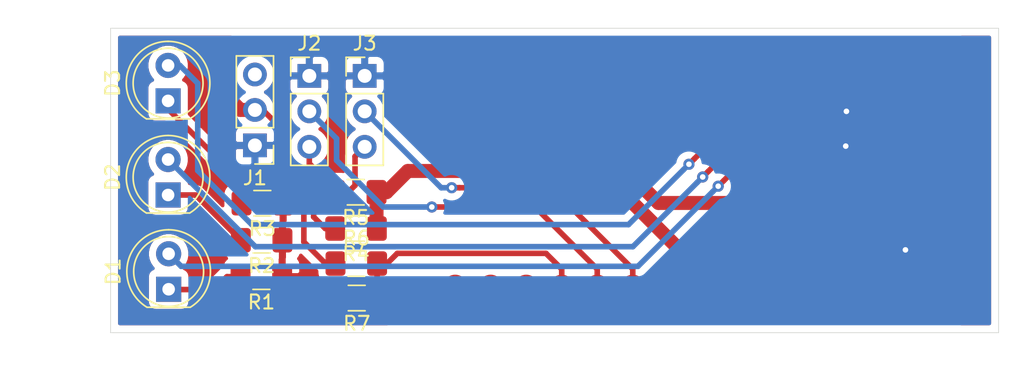
<source format=kicad_pcb>
(kicad_pcb (version 20171130) (host pcbnew "(5.1.5)-3")

  (general
    (thickness 1.6)
    (drawings 4)
    (tracks 108)
    (zones 0)
    (modules 14)
    (nets 36)
  )

  (page A4)
  (layers
    (0 F.Cu signal)
    (31 B.Cu signal)
    (32 B.Adhes user)
    (33 F.Adhes user)
    (34 B.Paste user)
    (35 F.Paste user)
    (36 B.SilkS user)
    (37 F.SilkS user)
    (38 B.Mask user)
    (39 F.Mask user)
    (40 Dwgs.User user)
    (41 Cmts.User user)
    (42 Eco1.User user)
    (43 Eco2.User user)
    (44 Edge.Cuts user)
    (45 Margin user)
    (46 B.CrtYd user)
    (47 F.CrtYd user)
    (48 B.Fab user)
    (49 F.Fab user)
  )

  (setup
    (last_trace_width 0.4)
    (user_trace_width 1)
    (trace_clearance 0.3)
    (zone_clearance 0.508)
    (zone_45_only no)
    (trace_min 0.2)
    (via_size 0.8)
    (via_drill 0.4)
    (via_min_size 0.4)
    (via_min_drill 0.3)
    (uvia_size 0.3)
    (uvia_drill 0.1)
    (uvias_allowed no)
    (uvia_min_size 0.2)
    (uvia_min_drill 0.1)
    (edge_width 0.05)
    (segment_width 0.2)
    (pcb_text_width 0.3)
    (pcb_text_size 1.5 1.5)
    (mod_edge_width 0.12)
    (mod_text_size 1 1)
    (mod_text_width 0.15)
    (pad_size 1.524 1.524)
    (pad_drill 0.762)
    (pad_to_mask_clearance 0.051)
    (solder_mask_min_width 0.25)
    (aux_axis_origin 0 0)
    (grid_origin 101.5 23.65)
    (visible_elements 7FFFFFFF)
    (pcbplotparams
      (layerselection 0x00000_ffffffff)
      (usegerberextensions false)
      (usegerberattributes false)
      (usegerberadvancedattributes false)
      (creategerberjobfile false)
      (excludeedgelayer true)
      (linewidth 0.100000)
      (plotframeref false)
      (viasonmask false)
      (mode 1)
      (useauxorigin false)
      (hpglpennumber 1)
      (hpglpenspeed 20)
      (hpglpendiameter 15.000000)
      (psnegative false)
      (psa4output false)
      (plotreference false)
      (plotvalue false)
      (plotinvisibletext false)
      (padsonsilk false)
      (subtractmaskfromsilk false)
      (outputformat 4)
      (mirror false)
      (drillshape 0)
      (scaleselection 1)
      (outputdirectory "fab/"))
  )

  (net 0 "")
  (net 1 "Net-(A1-Pad1)")
  (net 2 "Net-(A1-Pad17)")
  (net 3 "Net-(A1-Pad2)")
  (net 4 "Net-(A1-Pad18)")
  (net 5 "Net-(A1-Pad3)")
  (net 6 "Net-(A1-Pad19)")
  (net 7 GND)
  (net 8 "Net-(A1-Pad20)")
  (net 9 "Net-(A1-Pad5)")
  (net 10 "Net-(A1-Pad21)")
  (net 11 "Net-(A1-Pad6)")
  (net 12 "Net-(A1-Pad22)")
  (net 13 "Net-(A1-Pad7)")
  (net 14 "Net-(A1-Pad23)")
  (net 15 "Net-(A1-Pad8)")
  (net 16 "Net-(A1-Pad24)")
  (net 17 "Net-(A1-Pad9)")
  (net 18 "Net-(A1-Pad25)")
  (net 19 "Net-(A1-Pad10)")
  (net 20 "Net-(A1-Pad26)")
  (net 21 "Net-(A1-Pad11)")
  (net 22 +5V)
  (net 23 "Net-(A1-Pad12)")
  (net 24 "Net-(A1-Pad28)")
  (net 25 "Net-(A1-Pad13)")
  (net 26 "Net-(A1-Pad14)")
  (net 27 "Net-(A1-Pad30)")
  (net 28 "Net-(A1-Pad15)")
  (net 29 "Net-(A1-Pad16)")
  (net 30 "Net-(J2-Pad3)")
  (net 31 "Net-(J3-Pad3)")
  (net 32 /Balance_Lead)
  (net 33 "Net-(D1-Pad1)")
  (net 34 "Net-(D2-Pad1)")
  (net 35 "Net-(D3-Pad1)")

  (net_class Default "This is the default net class."
    (clearance 0.3)
    (trace_width 0.4)
    (via_dia 0.8)
    (via_drill 0.4)
    (uvia_dia 0.3)
    (uvia_drill 0.1)
    (add_net +5V)
    (add_net /Balance_Lead)
    (add_net GND)
    (add_net "Net-(A1-Pad1)")
    (add_net "Net-(A1-Pad10)")
    (add_net "Net-(A1-Pad11)")
    (add_net "Net-(A1-Pad12)")
    (add_net "Net-(A1-Pad13)")
    (add_net "Net-(A1-Pad14)")
    (add_net "Net-(A1-Pad15)")
    (add_net "Net-(A1-Pad16)")
    (add_net "Net-(A1-Pad17)")
    (add_net "Net-(A1-Pad18)")
    (add_net "Net-(A1-Pad19)")
    (add_net "Net-(A1-Pad2)")
    (add_net "Net-(A1-Pad20)")
    (add_net "Net-(A1-Pad21)")
    (add_net "Net-(A1-Pad22)")
    (add_net "Net-(A1-Pad23)")
    (add_net "Net-(A1-Pad24)")
    (add_net "Net-(A1-Pad25)")
    (add_net "Net-(A1-Pad26)")
    (add_net "Net-(A1-Pad28)")
    (add_net "Net-(A1-Pad3)")
    (add_net "Net-(A1-Pad30)")
    (add_net "Net-(A1-Pad5)")
    (add_net "Net-(A1-Pad6)")
    (add_net "Net-(A1-Pad7)")
    (add_net "Net-(A1-Pad8)")
    (add_net "Net-(A1-Pad9)")
    (add_net "Net-(D1-Pad1)")
    (add_net "Net-(D2-Pad1)")
    (add_net "Net-(D3-Pad1)")
    (add_net "Net-(J2-Pad3)")
    (add_net "Net-(J3-Pad3)")
  )

  (module LED_THT:LED_D5.0mm (layer F.Cu) (tedit 5995936A) (tstamp 5E7334BD)
    (at 101.61 41 90)
    (descr "LED, diameter 5.0mm, 2 pins, http://cdn-reichelt.de/documents/datenblatt/A500/LL-504BC2E-009.pdf")
    (tags "LED diameter 5.0mm 2 pins")
    (path /5E72B9A4)
    (fp_text reference D3 (at 1.27 -3.96 90) (layer F.SilkS)
      (effects (font (size 1 1) (thickness 0.15)))
    )
    (fp_text value LED (at 1.27 3.96 90) (layer F.Fab)
      (effects (font (size 1 1) (thickness 0.15)))
    )
    (fp_arc (start 1.27 0) (end -1.23 -1.469694) (angle 299.1) (layer F.Fab) (width 0.1))
    (fp_arc (start 1.27 0) (end -1.29 -1.54483) (angle 148.9) (layer F.SilkS) (width 0.12))
    (fp_arc (start 1.27 0) (end -1.29 1.54483) (angle -148.9) (layer F.SilkS) (width 0.12))
    (fp_circle (center 1.27 0) (end 3.77 0) (layer F.Fab) (width 0.1))
    (fp_circle (center 1.27 0) (end 3.77 0) (layer F.SilkS) (width 0.12))
    (fp_line (start -1.23 -1.469694) (end -1.23 1.469694) (layer F.Fab) (width 0.1))
    (fp_line (start -1.29 -1.545) (end -1.29 1.545) (layer F.SilkS) (width 0.12))
    (fp_line (start -1.95 -3.25) (end -1.95 3.25) (layer F.CrtYd) (width 0.05))
    (fp_line (start -1.95 3.25) (end 4.5 3.25) (layer F.CrtYd) (width 0.05))
    (fp_line (start 4.5 3.25) (end 4.5 -3.25) (layer F.CrtYd) (width 0.05))
    (fp_line (start 4.5 -3.25) (end -1.95 -3.25) (layer F.CrtYd) (width 0.05))
    (fp_text user %R (at 1.25 0 90) (layer F.Fab)
      (effects (font (size 0.8 0.8) (thickness 0.2)))
    )
    (pad 1 thru_hole rect (at 0 0 90) (size 1.8 1.8) (drill 0.9) (layers *.Cu *.Mask)
      (net 35 "Net-(D3-Pad1)"))
    (pad 2 thru_hole circle (at 2.54 0 90) (size 1.8 1.8) (drill 0.9) (layers *.Cu *.Mask)
      (net 13 "Net-(A1-Pad7)"))
    (model ${KISYS3DMOD}/LED_THT.3dshapes/LED_D5.0mm.wrl
      (at (xyz 0 0 0))
      (scale (xyz 1 1 1))
      (rotate (xyz 0 0 0))
    )
  )

  (module 1_Project_Specific:NANO_33_Footprint_SMD_Castell (layer F.Cu) (tedit 5D644E30) (tstamp 5E73C434)
    (at 139.92 46.69 180)
    (descr "Through hole straight socket strip, 1x15, 2.54mm pitch")
    (tags "Through hole socket strip THT 1x15 2.54mm single row")
    (path /5E63DF00)
    (fp_text reference A1 (at 0 -13.335) (layer F.Fab)
      (effects (font (size 1 1) (thickness 0.15)))
    )
    (fp_text value Arduino_Nano_v3.x (at 0 12.065) (layer F.Fab)
      (effects (font (size 1 1) (thickness 0.15)))
    )
    (fp_poly (pts (xy 8.89 4.445) (xy 21.59 4.445) (xy 21.59 -4.445) (xy 8.89 -4.445)) (layer F.Fab) (width 0.1))
    (fp_poly (pts (xy -3.175 3.175) (xy 3.175 3.175) (xy 3.175 -3.175) (xy -3.175 -3.175)) (layer F.Fab) (width 0.1))
    (fp_poly (pts (xy -22.86 3.175) (xy -18.415 3.175) (xy -18.415 -3.175) (xy -22.86 -3.175)) (layer F.Fab) (width 0.1))
    (fp_line (start -22 -8.89) (end 22 -8.89) (layer F.Fab) (width 0.12))
    (fp_line (start -22 8.89) (end -22 -8.89) (layer F.Fab) (width 0.12))
    (fp_line (start -22 8.89) (end 22 8.89) (layer F.Fab) (width 0.12))
    (fp_line (start 22 8.89) (end 22 -8.89) (layer F.Fab) (width 0.12))
    (fp_text user %R (at 0 7.62 180) (layer F.Fab)
      (effects (font (size 1 1) (thickness 0.15)))
    )
    (fp_line (start 19.05 8.89) (end -19.05 8.89) (layer F.Fab) (width 0.1))
    (fp_line (start 19.05 6.35) (end 19.05 8.89) (layer F.Fab) (width 0.1))
    (fp_line (start -18.415 6.35) (end 19.05 6.35) (layer F.Fab) (width 0.1))
    (fp_line (start -19.05 6.985) (end -18.415 6.35) (layer F.Fab) (width 0.1))
    (fp_line (start -19.05 8.89) (end -19.05 6.985) (layer F.Fab) (width 0.1))
    (fp_line (start 19.05 -8.89) (end 19.05 -6.985) (layer F.Fab) (width 0.1))
    (fp_line (start 19.05 -6.985) (end 18.415 -6.35) (layer F.Fab) (width 0.1))
    (fp_line (start 18.415 -6.35) (end -19.05 -6.35) (layer F.Fab) (width 0.1))
    (fp_line (start -19.05 -6.35) (end -19.05 -8.89) (layer F.Fab) (width 0.1))
    (fp_line (start -19.05 -8.89) (end 19.05 -8.89) (layer F.Fab) (width 0.1))
    (fp_text user %R (at 0 -7.62) (layer F.Fab)
      (effects (font (size 1 1) (thickness 0.15)))
    )
    (pad 11 smd oval (at 7.62 8.255 270) (size 3 1.7) (layers F.Cu F.Mask)
      (net 21 "Net-(A1-Pad11)"))
    (pad 3 smd oval (at -12.7 8.255 270) (size 3 1.7) (layers F.Cu F.Mask)
      (net 5 "Net-(A1-Pad3)"))
    (pad 5 smd oval (at -7.62 8.255 270) (size 3 1.7) (layers F.Cu F.Mask)
      (net 9 "Net-(A1-Pad5)"))
    (pad 13 smd oval (at 12.7 8.255 270) (size 3 1.7) (layers F.Cu F.Mask)
      (net 25 "Net-(A1-Pad13)"))
    (pad 12 smd oval (at 10.16 8.255 270) (size 3 1.7) (layers F.Cu F.Mask)
      (net 23 "Net-(A1-Pad12)"))
    (pad 1 smd oval (at -17.78 8.255 270) (size 3 1.7) (layers F.Cu F.Mask)
      (net 1 "Net-(A1-Pad1)"))
    (pad 14 smd oval (at 15.24 8.255 270) (size 3 1.7) (layers F.Cu F.Mask)
      (net 26 "Net-(A1-Pad14)"))
    (pad 4 smd oval (at -10.16 8.255 270) (size 3 1.7) (layers F.Cu F.Mask)
      (net 7 GND))
    (pad 10 smd oval (at 5.08 8.255 270) (size 3 1.7) (layers F.Cu F.Mask)
      (net 19 "Net-(A1-Pad10)"))
    (pad 9 smd oval (at 2.54 8.255 270) (size 3 1.7) (layers F.Cu F.Mask)
      (net 17 "Net-(A1-Pad9)"))
    (pad 7 smd oval (at -2.54 8.255 270) (size 3 1.7) (layers F.Cu F.Mask)
      (net 13 "Net-(A1-Pad7)"))
    (pad 6 smd oval (at -5.08 8.255 270) (size 3 1.7) (layers F.Cu F.Mask)
      (net 11 "Net-(A1-Pad6)"))
    (pad 8 smd oval (at 0 8.255 270) (size 3 1.7) (layers F.Cu F.Mask)
      (net 15 "Net-(A1-Pad8)"))
    (pad 15 smd oval (at 17.78 8.255 270) (size 3 1.7) (layers F.Cu F.Mask)
      (net 28 "Net-(A1-Pad15)"))
    (pad 2 smd oval (at -15.24 8.255 270) (size 3 1.7) (layers F.Cu F.Mask)
      (net 3 "Net-(A1-Pad2)"))
    (pad 30 smd oval (at -17.78 -8.255 90) (size 3 1.7) (layers F.Cu F.Mask)
      (net 27 "Net-(A1-Pad30)"))
    (pad 29 smd oval (at -15.24 -8.255 90) (size 3 1.7) (layers F.Cu F.Mask)
      (net 7 GND))
    (pad 28 smd oval (at -12.7 -8.255 90) (size 3 1.7) (layers F.Cu F.Mask)
      (net 24 "Net-(A1-Pad28)"))
    (pad 27 smd oval (at -10.16 -8.255 90) (size 3 1.7) (layers F.Cu F.Mask)
      (net 22 +5V))
    (pad 26 smd oval (at -7.62 -8.255 90) (size 3 1.7) (layers F.Cu F.Mask)
      (net 20 "Net-(A1-Pad26)"))
    (pad 25 smd oval (at -5.08 -8.255 90) (size 3 1.7) (layers F.Cu F.Mask)
      (net 18 "Net-(A1-Pad25)"))
    (pad 24 smd oval (at -2.54 -8.255 90) (size 3 1.7) (layers F.Cu F.Mask)
      (net 16 "Net-(A1-Pad24)"))
    (pad 23 smd oval (at 0 -8.255 90) (size 3 1.7) (layers F.Cu F.Mask)
      (net 14 "Net-(A1-Pad23)"))
    (pad 22 smd oval (at 2.54 -8.255 90) (size 3 1.7) (layers F.Cu F.Mask)
      (net 12 "Net-(A1-Pad22)"))
    (pad 21 smd oval (at 5.08 -8.255 90) (size 3 1.7) (layers F.Cu F.Mask)
      (net 10 "Net-(A1-Pad21)"))
    (pad 20 smd oval (at 7.62 -8.255 90) (size 3 1.7) (layers F.Cu F.Mask)
      (net 8 "Net-(A1-Pad20)"))
    (pad 19 smd oval (at 10.16 -8.255 90) (size 3 1.7) (layers F.Cu F.Mask)
      (net 6 "Net-(A1-Pad19)"))
    (pad 18 smd oval (at 12.7 -8.255 90) (size 3 1.7) (layers F.Cu F.Mask)
      (net 4 "Net-(A1-Pad18)"))
    (pad 17 smd oval (at 15.24 -8.255 90) (size 3 1.7) (layers F.Cu F.Mask)
      (net 2 "Net-(A1-Pad17)"))
    (pad 16 smd oval (at 17.78 -8.255 90) (size 3 1.7) (layers F.Cu F.Mask)
      (net 29 "Net-(A1-Pad16)"))
    (model ${KIPRJMOD}/libraries/3dModel/Arduino_Nano_33.stp
      (offset (xyz 0.5 0 0))
      (scale (xyz 1 1 1))
      (rotate (xyz -90 0 90))
    )
  )

  (module LED_THT:LED_D5.0mm (layer F.Cu) (tedit 5995936A) (tstamp 5E7334AB)
    (at 101.61 47.74 90)
    (descr "LED, diameter 5.0mm, 2 pins, http://cdn-reichelt.de/documents/datenblatt/A500/LL-504BC2E-009.pdf")
    (tags "LED diameter 5.0mm 2 pins")
    (path /5E72CADD)
    (fp_text reference D2 (at 1.27 -3.96 90) (layer F.SilkS)
      (effects (font (size 1 1) (thickness 0.15)))
    )
    (fp_text value LED (at 1.27 3.96 90) (layer F.Fab)
      (effects (font (size 1 1) (thickness 0.15)))
    )
    (fp_text user %R (at 1.25 0 90) (layer F.Fab)
      (effects (font (size 0.8 0.8) (thickness 0.2)))
    )
    (fp_line (start 4.5 -3.25) (end -1.95 -3.25) (layer F.CrtYd) (width 0.05))
    (fp_line (start 4.5 3.25) (end 4.5 -3.25) (layer F.CrtYd) (width 0.05))
    (fp_line (start -1.95 3.25) (end 4.5 3.25) (layer F.CrtYd) (width 0.05))
    (fp_line (start -1.95 -3.25) (end -1.95 3.25) (layer F.CrtYd) (width 0.05))
    (fp_line (start -1.29 -1.545) (end -1.29 1.545) (layer F.SilkS) (width 0.12))
    (fp_line (start -1.23 -1.469694) (end -1.23 1.469694) (layer F.Fab) (width 0.1))
    (fp_circle (center 1.27 0) (end 3.77 0) (layer F.SilkS) (width 0.12))
    (fp_circle (center 1.27 0) (end 3.77 0) (layer F.Fab) (width 0.1))
    (fp_arc (start 1.27 0) (end -1.29 1.54483) (angle -148.9) (layer F.SilkS) (width 0.12))
    (fp_arc (start 1.27 0) (end -1.29 -1.54483) (angle 148.9) (layer F.SilkS) (width 0.12))
    (fp_arc (start 1.27 0) (end -1.23 -1.469694) (angle 299.1) (layer F.Fab) (width 0.1))
    (pad 2 thru_hole circle (at 2.54 0 90) (size 1.8 1.8) (drill 0.9) (layers *.Cu *.Mask)
      (net 11 "Net-(A1-Pad6)"))
    (pad 1 thru_hole rect (at 0 0 90) (size 1.8 1.8) (drill 0.9) (layers *.Cu *.Mask)
      (net 34 "Net-(D2-Pad1)"))
    (model ${KISYS3DMOD}/LED_THT.3dshapes/LED_D5.0mm.wrl
      (at (xyz 0 0 0))
      (scale (xyz 1 1 1))
      (rotate (xyz 0 0 0))
    )
  )

  (module LED_THT:LED_D5.0mm (layer F.Cu) (tedit 5995936A) (tstamp 5E733499)
    (at 101.65 54.49 90)
    (descr "LED, diameter 5.0mm, 2 pins, http://cdn-reichelt.de/documents/datenblatt/A500/LL-504BC2E-009.pdf")
    (tags "LED diameter 5.0mm 2 pins")
    (path /5E72CFE8)
    (fp_text reference D1 (at 1.27 -3.96 90) (layer F.SilkS)
      (effects (font (size 1 1) (thickness 0.15)))
    )
    (fp_text value LED (at 1.27 3.96 90) (layer F.Fab)
      (effects (font (size 1 1) (thickness 0.15)))
    )
    (fp_arc (start 1.27 0) (end -1.23 -1.469694) (angle 299.1) (layer F.Fab) (width 0.1))
    (fp_arc (start 1.27 0) (end -1.29 -1.54483) (angle 148.9) (layer F.SilkS) (width 0.12))
    (fp_arc (start 1.27 0) (end -1.29 1.54483) (angle -148.9) (layer F.SilkS) (width 0.12))
    (fp_circle (center 1.27 0) (end 3.77 0) (layer F.Fab) (width 0.1))
    (fp_circle (center 1.27 0) (end 3.77 0) (layer F.SilkS) (width 0.12))
    (fp_line (start -1.23 -1.469694) (end -1.23 1.469694) (layer F.Fab) (width 0.1))
    (fp_line (start -1.29 -1.545) (end -1.29 1.545) (layer F.SilkS) (width 0.12))
    (fp_line (start -1.95 -3.25) (end -1.95 3.25) (layer F.CrtYd) (width 0.05))
    (fp_line (start -1.95 3.25) (end 4.5 3.25) (layer F.CrtYd) (width 0.05))
    (fp_line (start 4.5 3.25) (end 4.5 -3.25) (layer F.CrtYd) (width 0.05))
    (fp_line (start 4.5 -3.25) (end -1.95 -3.25) (layer F.CrtYd) (width 0.05))
    (fp_text user %R (at 1.25 0 90) (layer F.Fab)
      (effects (font (size 0.8 0.8) (thickness 0.2)))
    )
    (pad 1 thru_hole rect (at 0 0 90) (size 1.8 1.8) (drill 0.9) (layers *.Cu *.Mask)
      (net 33 "Net-(D1-Pad1)"))
    (pad 2 thru_hole circle (at 2.54 0 90) (size 1.8 1.8) (drill 0.9) (layers *.Cu *.Mask)
      (net 9 "Net-(A1-Pad5)"))
    (model ${KISYS3DMOD}/LED_THT.3dshapes/LED_D5.0mm.wrl
      (at (xyz 0 0 0))
      (scale (xyz 1 1 1))
      (rotate (xyz 0 0 0))
    )
  )

  (module Resistor_SMD:R_1206_3216Metric_Pad1.42x1.75mm_HandSolder (layer F.Cu) (tedit 5B301BBD) (tstamp 5E734A69)
    (at 108.28 53.59 180)
    (descr "Resistor SMD 1206 (3216 Metric), square (rectangular) end terminal, IPC_7351 nominal with elongated pad for handsoldering. (Body size source: http://www.tortai-tech.com/upload/download/2011102023233369053.pdf), generated with kicad-footprint-generator")
    (tags "resistor handsolder")
    (path /5E72E9E3)
    (attr smd)
    (fp_text reference R1 (at 0 -1.82) (layer F.SilkS)
      (effects (font (size 1 1) (thickness 0.15)))
    )
    (fp_text value R (at 0 1.82) (layer F.Fab)
      (effects (font (size 1 1) (thickness 0.15)))
    )
    (fp_line (start -1.6 0.8) (end -1.6 -0.8) (layer F.Fab) (width 0.1))
    (fp_line (start -1.6 -0.8) (end 1.6 -0.8) (layer F.Fab) (width 0.1))
    (fp_line (start 1.6 -0.8) (end 1.6 0.8) (layer F.Fab) (width 0.1))
    (fp_line (start 1.6 0.8) (end -1.6 0.8) (layer F.Fab) (width 0.1))
    (fp_line (start -0.602064 -0.91) (end 0.602064 -0.91) (layer F.SilkS) (width 0.12))
    (fp_line (start -0.602064 0.91) (end 0.602064 0.91) (layer F.SilkS) (width 0.12))
    (fp_line (start -2.45 1.12) (end -2.45 -1.12) (layer F.CrtYd) (width 0.05))
    (fp_line (start -2.45 -1.12) (end 2.45 -1.12) (layer F.CrtYd) (width 0.05))
    (fp_line (start 2.45 -1.12) (end 2.45 1.12) (layer F.CrtYd) (width 0.05))
    (fp_line (start 2.45 1.12) (end -2.45 1.12) (layer F.CrtYd) (width 0.05))
    (fp_text user %R (at 0 0) (layer F.Fab)
      (effects (font (size 0.8 0.8) (thickness 0.12)))
    )
    (pad 1 smd roundrect (at -1.4875 0 180) (size 1.425 1.75) (layers F.Cu F.Paste F.Mask) (roundrect_rratio 0.175439)
      (net 7 GND))
    (pad 2 smd roundrect (at 1.4875 0 180) (size 1.425 1.75) (layers F.Cu F.Paste F.Mask) (roundrect_rratio 0.175439)
      (net 33 "Net-(D1-Pad1)"))
    (model ${KISYS3DMOD}/Resistor_SMD.3dshapes/R_1206_3216Metric.wrl
      (at (xyz 0 0 0))
      (scale (xyz 1 1 1))
      (rotate (xyz 0 0 0))
    )
  )

  (module Resistor_SMD:R_1206_3216Metric_Pad1.42x1.75mm_HandSolder (layer F.Cu) (tedit 5B301BBD) (tstamp 5E733566)
    (at 108.3 50.98 180)
    (descr "Resistor SMD 1206 (3216 Metric), square (rectangular) end terminal, IPC_7351 nominal with elongated pad for handsoldering. (Body size source: http://www.tortai-tech.com/upload/download/2011102023233369053.pdf), generated with kicad-footprint-generator")
    (tags "resistor handsolder")
    (path /5E72E3E8)
    (attr smd)
    (fp_text reference R2 (at 0 -1.82) (layer F.SilkS)
      (effects (font (size 1 1) (thickness 0.15)))
    )
    (fp_text value R (at 0 1.82) (layer F.Fab)
      (effects (font (size 1 1) (thickness 0.15)))
    )
    (fp_text user %R (at 0 0) (layer F.Fab)
      (effects (font (size 0.8 0.8) (thickness 0.12)))
    )
    (fp_line (start 2.45 1.12) (end -2.45 1.12) (layer F.CrtYd) (width 0.05))
    (fp_line (start 2.45 -1.12) (end 2.45 1.12) (layer F.CrtYd) (width 0.05))
    (fp_line (start -2.45 -1.12) (end 2.45 -1.12) (layer F.CrtYd) (width 0.05))
    (fp_line (start -2.45 1.12) (end -2.45 -1.12) (layer F.CrtYd) (width 0.05))
    (fp_line (start -0.602064 0.91) (end 0.602064 0.91) (layer F.SilkS) (width 0.12))
    (fp_line (start -0.602064 -0.91) (end 0.602064 -0.91) (layer F.SilkS) (width 0.12))
    (fp_line (start 1.6 0.8) (end -1.6 0.8) (layer F.Fab) (width 0.1))
    (fp_line (start 1.6 -0.8) (end 1.6 0.8) (layer F.Fab) (width 0.1))
    (fp_line (start -1.6 -0.8) (end 1.6 -0.8) (layer F.Fab) (width 0.1))
    (fp_line (start -1.6 0.8) (end -1.6 -0.8) (layer F.Fab) (width 0.1))
    (pad 2 smd roundrect (at 1.4875 0 180) (size 1.425 1.75) (layers F.Cu F.Paste F.Mask) (roundrect_rratio 0.175439)
      (net 34 "Net-(D2-Pad1)"))
    (pad 1 smd roundrect (at -1.4875 0 180) (size 1.425 1.75) (layers F.Cu F.Paste F.Mask) (roundrect_rratio 0.175439)
      (net 7 GND))
    (model ${KISYS3DMOD}/Resistor_SMD.3dshapes/R_1206_3216Metric.wrl
      (at (xyz 0 0 0))
      (scale (xyz 1 1 1))
      (rotate (xyz 0 0 0))
    )
  )

  (module Resistor_SMD:R_1206_3216Metric_Pad1.42x1.75mm_HandSolder (layer F.Cu) (tedit 5B301BBD) (tstamp 5E734CD8)
    (at 108.35 48.33 180)
    (descr "Resistor SMD 1206 (3216 Metric), square (rectangular) end terminal, IPC_7351 nominal with elongated pad for handsoldering. (Body size source: http://www.tortai-tech.com/upload/download/2011102023233369053.pdf), generated with kicad-footprint-generator")
    (tags "resistor handsolder")
    (path /5E72D9E9)
    (attr smd)
    (fp_text reference R3 (at 0 -1.82) (layer F.SilkS)
      (effects (font (size 1 1) (thickness 0.15)))
    )
    (fp_text value R (at 0 1.82) (layer F.Fab)
      (effects (font (size 1 1) (thickness 0.15)))
    )
    (fp_line (start -1.6 0.8) (end -1.6 -0.8) (layer F.Fab) (width 0.1))
    (fp_line (start -1.6 -0.8) (end 1.6 -0.8) (layer F.Fab) (width 0.1))
    (fp_line (start 1.6 -0.8) (end 1.6 0.8) (layer F.Fab) (width 0.1))
    (fp_line (start 1.6 0.8) (end -1.6 0.8) (layer F.Fab) (width 0.1))
    (fp_line (start -0.602064 -0.91) (end 0.602064 -0.91) (layer F.SilkS) (width 0.12))
    (fp_line (start -0.602064 0.91) (end 0.602064 0.91) (layer F.SilkS) (width 0.12))
    (fp_line (start -2.45 1.12) (end -2.45 -1.12) (layer F.CrtYd) (width 0.05))
    (fp_line (start -2.45 -1.12) (end 2.45 -1.12) (layer F.CrtYd) (width 0.05))
    (fp_line (start 2.45 -1.12) (end 2.45 1.12) (layer F.CrtYd) (width 0.05))
    (fp_line (start 2.45 1.12) (end -2.45 1.12) (layer F.CrtYd) (width 0.05))
    (fp_text user %R (at 0 0) (layer F.Fab)
      (effects (font (size 0.8 0.8) (thickness 0.12)))
    )
    (pad 1 smd roundrect (at -1.4875 0 180) (size 1.425 1.75) (layers F.Cu F.Paste F.Mask) (roundrect_rratio 0.175439)
      (net 7 GND))
    (pad 2 smd roundrect (at 1.4875 0 180) (size 1.425 1.75) (layers F.Cu F.Paste F.Mask) (roundrect_rratio 0.175439)
      (net 35 "Net-(D3-Pad1)"))
    (model ${KISYS3DMOD}/Resistor_SMD.3dshapes/R_1206_3216Metric.wrl
      (at (xyz 0 0 0))
      (scale (xyz 1 1 1))
      (rotate (xyz 0 0 0))
    )
  )

  (module Resistor_SMD:R_1206_3216Metric_Pad1.42x1.75mm_HandSolder (layer F.Cu) (tedit 5B301BBD) (tstamp 5E733588)
    (at 115.05 50.14 180)
    (descr "Resistor SMD 1206 (3216 Metric), square (rectangular) end terminal, IPC_7351 nominal with elongated pad for handsoldering. (Body size source: http://www.tortai-tech.com/upload/download/2011102023233369053.pdf), generated with kicad-footprint-generator")
    (tags "resistor handsolder")
    (path /5E72FAF2)
    (attr smd)
    (fp_text reference R4 (at 0 -1.82) (layer F.SilkS)
      (effects (font (size 1 1) (thickness 0.15)))
    )
    (fp_text value R (at 0 1.82) (layer F.Fab)
      (effects (font (size 1 1) (thickness 0.15)))
    )
    (fp_text user %R (at 0 0) (layer F.Fab)
      (effects (font (size 0.8 0.8) (thickness 0.12)))
    )
    (fp_line (start 2.45 1.12) (end -2.45 1.12) (layer F.CrtYd) (width 0.05))
    (fp_line (start 2.45 -1.12) (end 2.45 1.12) (layer F.CrtYd) (width 0.05))
    (fp_line (start -2.45 -1.12) (end 2.45 -1.12) (layer F.CrtYd) (width 0.05))
    (fp_line (start -2.45 1.12) (end -2.45 -1.12) (layer F.CrtYd) (width 0.05))
    (fp_line (start -0.602064 0.91) (end 0.602064 0.91) (layer F.SilkS) (width 0.12))
    (fp_line (start -0.602064 -0.91) (end 0.602064 -0.91) (layer F.SilkS) (width 0.12))
    (fp_line (start 1.6 0.8) (end -1.6 0.8) (layer F.Fab) (width 0.1))
    (fp_line (start 1.6 -0.8) (end 1.6 0.8) (layer F.Fab) (width 0.1))
    (fp_line (start -1.6 -0.8) (end 1.6 -0.8) (layer F.Fab) (width 0.1))
    (fp_line (start -1.6 0.8) (end -1.6 -0.8) (layer F.Fab) (width 0.1))
    (pad 2 smd roundrect (at 1.4875 0 180) (size 1.425 1.75) (layers F.Cu F.Paste F.Mask) (roundrect_rratio 0.175439)
      (net 30 "Net-(J2-Pad3)"))
    (pad 1 smd roundrect (at -1.4875 0 180) (size 1.425 1.75) (layers F.Cu F.Paste F.Mask) (roundrect_rratio 0.175439)
      (net 22 +5V))
    (model ${KISYS3DMOD}/Resistor_SMD.3dshapes/R_1206_3216Metric.wrl
      (at (xyz 0 0 0))
      (scale (xyz 1 1 1))
      (rotate (xyz 0 0 0))
    )
  )

  (module Resistor_SMD:R_1206_3216Metric_Pad1.42x1.75mm_HandSolder (layer F.Cu) (tedit 5B301BBD) (tstamp 5E733599)
    (at 115.03 47.54 180)
    (descr "Resistor SMD 1206 (3216 Metric), square (rectangular) end terminal, IPC_7351 nominal with elongated pad for handsoldering. (Body size source: http://www.tortai-tech.com/upload/download/2011102023233369053.pdf), generated with kicad-footprint-generator")
    (tags "resistor handsolder")
    (path /5E734E8C)
    (attr smd)
    (fp_text reference R5 (at 0 -1.82) (layer F.SilkS)
      (effects (font (size 1 1) (thickness 0.15)))
    )
    (fp_text value R (at 0 1.82) (layer F.Fab)
      (effects (font (size 1 1) (thickness 0.15)))
    )
    (fp_line (start -1.6 0.8) (end -1.6 -0.8) (layer F.Fab) (width 0.1))
    (fp_line (start -1.6 -0.8) (end 1.6 -0.8) (layer F.Fab) (width 0.1))
    (fp_line (start 1.6 -0.8) (end 1.6 0.8) (layer F.Fab) (width 0.1))
    (fp_line (start 1.6 0.8) (end -1.6 0.8) (layer F.Fab) (width 0.1))
    (fp_line (start -0.602064 -0.91) (end 0.602064 -0.91) (layer F.SilkS) (width 0.12))
    (fp_line (start -0.602064 0.91) (end 0.602064 0.91) (layer F.SilkS) (width 0.12))
    (fp_line (start -2.45 1.12) (end -2.45 -1.12) (layer F.CrtYd) (width 0.05))
    (fp_line (start -2.45 -1.12) (end 2.45 -1.12) (layer F.CrtYd) (width 0.05))
    (fp_line (start 2.45 -1.12) (end 2.45 1.12) (layer F.CrtYd) (width 0.05))
    (fp_line (start 2.45 1.12) (end -2.45 1.12) (layer F.CrtYd) (width 0.05))
    (fp_text user %R (at 0 0) (layer F.Fab)
      (effects (font (size 0.8 0.8) (thickness 0.12)))
    )
    (pad 1 smd roundrect (at -1.4875 0 180) (size 1.425 1.75) (layers F.Cu F.Paste F.Mask) (roundrect_rratio 0.175439)
      (net 22 +5V))
    (pad 2 smd roundrect (at 1.4875 0 180) (size 1.425 1.75) (layers F.Cu F.Paste F.Mask) (roundrect_rratio 0.175439)
      (net 31 "Net-(J3-Pad3)"))
    (model ${KISYS3DMOD}/Resistor_SMD.3dshapes/R_1206_3216Metric.wrl
      (at (xyz 0 0 0))
      (scale (xyz 1 1 1))
      (rotate (xyz 0 0 0))
    )
  )

  (module Connector_PinHeader_2.54mm:PinHeader_1x03_P2.54mm_Vertical (layer F.Cu) (tedit 59FED5CC) (tstamp 5E73C44B)
    (at 107.82 44.19 180)
    (descr "Through hole straight pin header, 1x03, 2.54mm pitch, single row")
    (tags "Through hole pin header THT 1x03 2.54mm single row")
    (path /5E737BF0)
    (fp_text reference J1 (at 0 -2.33) (layer F.SilkS)
      (effects (font (size 1 1) (thickness 0.15)))
    )
    (fp_text value Conn_01x03_Male (at 0 7.41) (layer F.Fab)
      (effects (font (size 1 1) (thickness 0.15)))
    )
    (fp_line (start -0.635 -1.27) (end 1.27 -1.27) (layer F.Fab) (width 0.1))
    (fp_line (start 1.27 -1.27) (end 1.27 6.35) (layer F.Fab) (width 0.1))
    (fp_line (start 1.27 6.35) (end -1.27 6.35) (layer F.Fab) (width 0.1))
    (fp_line (start -1.27 6.35) (end -1.27 -0.635) (layer F.Fab) (width 0.1))
    (fp_line (start -1.27 -0.635) (end -0.635 -1.27) (layer F.Fab) (width 0.1))
    (fp_line (start -1.33 6.41) (end 1.33 6.41) (layer F.SilkS) (width 0.12))
    (fp_line (start -1.33 1.27) (end -1.33 6.41) (layer F.SilkS) (width 0.12))
    (fp_line (start 1.33 1.27) (end 1.33 6.41) (layer F.SilkS) (width 0.12))
    (fp_line (start -1.33 1.27) (end 1.33 1.27) (layer F.SilkS) (width 0.12))
    (fp_line (start -1.33 0) (end -1.33 -1.33) (layer F.SilkS) (width 0.12))
    (fp_line (start -1.33 -1.33) (end 0 -1.33) (layer F.SilkS) (width 0.12))
    (fp_line (start -1.8 -1.8) (end -1.8 6.85) (layer F.CrtYd) (width 0.05))
    (fp_line (start -1.8 6.85) (end 1.8 6.85) (layer F.CrtYd) (width 0.05))
    (fp_line (start 1.8 6.85) (end 1.8 -1.8) (layer F.CrtYd) (width 0.05))
    (fp_line (start 1.8 -1.8) (end -1.8 -1.8) (layer F.CrtYd) (width 0.05))
    (fp_text user %R (at 0 2.54 90) (layer F.Fab)
      (effects (font (size 1 1) (thickness 0.15)))
    )
    (pad 1 thru_hole rect (at 0 0 180) (size 1.7 1.7) (drill 1) (layers *.Cu *.Mask)
      (net 7 GND))
    (pad 2 thru_hole oval (at 0 2.54 180) (size 1.7 1.7) (drill 1) (layers *.Cu *.Mask)
      (net 27 "Net-(A1-Pad30)"))
    (pad 3 thru_hole oval (at 0 5.08 180) (size 1.7 1.7) (drill 1) (layers *.Cu *.Mask)
      (net 32 /Balance_Lead))
    (model ${KISYS3DMOD}/Connector_PinHeader_2.54mm.3dshapes/PinHeader_1x03_P2.54mm_Vertical.wrl
      (at (xyz 0 0 0))
      (scale (xyz 1 1 1))
      (rotate (xyz 0 0 0))
    )
  )

  (module Connector_PinHeader_2.54mm:PinHeader_1x03_P2.54mm_Vertical (layer F.Cu) (tedit 59FED5CC) (tstamp 5E73C462)
    (at 111.71 39.21)
    (descr "Through hole straight pin header, 1x03, 2.54mm pitch, single row")
    (tags "Through hole pin header THT 1x03 2.54mm single row")
    (path /5E7316CF)
    (fp_text reference J2 (at 0 -2.33) (layer F.SilkS)
      (effects (font (size 1 1) (thickness 0.15)))
    )
    (fp_text value Conn_01x03_Male (at 0 7.41) (layer F.Fab)
      (effects (font (size 1 1) (thickness 0.15)))
    )
    (fp_line (start -0.635 -1.27) (end 1.27 -1.27) (layer F.Fab) (width 0.1))
    (fp_line (start 1.27 -1.27) (end 1.27 6.35) (layer F.Fab) (width 0.1))
    (fp_line (start 1.27 6.35) (end -1.27 6.35) (layer F.Fab) (width 0.1))
    (fp_line (start -1.27 6.35) (end -1.27 -0.635) (layer F.Fab) (width 0.1))
    (fp_line (start -1.27 -0.635) (end -0.635 -1.27) (layer F.Fab) (width 0.1))
    (fp_line (start -1.33 6.41) (end 1.33 6.41) (layer F.SilkS) (width 0.12))
    (fp_line (start -1.33 1.27) (end -1.33 6.41) (layer F.SilkS) (width 0.12))
    (fp_line (start 1.33 1.27) (end 1.33 6.41) (layer F.SilkS) (width 0.12))
    (fp_line (start -1.33 1.27) (end 1.33 1.27) (layer F.SilkS) (width 0.12))
    (fp_line (start -1.33 0) (end -1.33 -1.33) (layer F.SilkS) (width 0.12))
    (fp_line (start -1.33 -1.33) (end 0 -1.33) (layer F.SilkS) (width 0.12))
    (fp_line (start -1.8 -1.8) (end -1.8 6.85) (layer F.CrtYd) (width 0.05))
    (fp_line (start -1.8 6.85) (end 1.8 6.85) (layer F.CrtYd) (width 0.05))
    (fp_line (start 1.8 6.85) (end 1.8 -1.8) (layer F.CrtYd) (width 0.05))
    (fp_line (start 1.8 -1.8) (end -1.8 -1.8) (layer F.CrtYd) (width 0.05))
    (fp_text user %R (at 0 2.54 90) (layer F.Fab)
      (effects (font (size 1 1) (thickness 0.15)))
    )
    (pad 1 thru_hole rect (at 0 0) (size 1.7 1.7) (drill 1) (layers *.Cu *.Mask)
      (net 7 GND))
    (pad 2 thru_hole oval (at 0 2.54) (size 1.7 1.7) (drill 1) (layers *.Cu *.Mask)
      (net 8 "Net-(A1-Pad20)"))
    (pad 3 thru_hole oval (at 0 5.08) (size 1.7 1.7) (drill 1) (layers *.Cu *.Mask)
      (net 30 "Net-(J2-Pad3)"))
    (model ${KISYS3DMOD}/Connector_PinHeader_2.54mm.3dshapes/PinHeader_1x03_P2.54mm_Vertical.wrl
      (at (xyz 0 0 0))
      (scale (xyz 1 1 1))
      (rotate (xyz 0 0 0))
    )
  )

  (module Connector_PinHeader_2.54mm:PinHeader_1x03_P2.54mm_Vertical (layer F.Cu) (tedit 59FED5CC) (tstamp 5E73C479)
    (at 115.67 39.21)
    (descr "Through hole straight pin header, 1x03, 2.54mm pitch, single row")
    (tags "Through hole pin header THT 1x03 2.54mm single row")
    (path /5E734E92)
    (fp_text reference J3 (at 0 -2.33) (layer F.SilkS)
      (effects (font (size 1 1) (thickness 0.15)))
    )
    (fp_text value Conn_01x03_Male (at 0 7.41) (layer F.Fab)
      (effects (font (size 1 1) (thickness 0.15)))
    )
    (fp_text user %R (at 0 2.54 90) (layer F.Fab)
      (effects (font (size 1 1) (thickness 0.15)))
    )
    (fp_line (start 1.8 -1.8) (end -1.8 -1.8) (layer F.CrtYd) (width 0.05))
    (fp_line (start 1.8 6.85) (end 1.8 -1.8) (layer F.CrtYd) (width 0.05))
    (fp_line (start -1.8 6.85) (end 1.8 6.85) (layer F.CrtYd) (width 0.05))
    (fp_line (start -1.8 -1.8) (end -1.8 6.85) (layer F.CrtYd) (width 0.05))
    (fp_line (start -1.33 -1.33) (end 0 -1.33) (layer F.SilkS) (width 0.12))
    (fp_line (start -1.33 0) (end -1.33 -1.33) (layer F.SilkS) (width 0.12))
    (fp_line (start -1.33 1.27) (end 1.33 1.27) (layer F.SilkS) (width 0.12))
    (fp_line (start 1.33 1.27) (end 1.33 6.41) (layer F.SilkS) (width 0.12))
    (fp_line (start -1.33 1.27) (end -1.33 6.41) (layer F.SilkS) (width 0.12))
    (fp_line (start -1.33 6.41) (end 1.33 6.41) (layer F.SilkS) (width 0.12))
    (fp_line (start -1.27 -0.635) (end -0.635 -1.27) (layer F.Fab) (width 0.1))
    (fp_line (start -1.27 6.35) (end -1.27 -0.635) (layer F.Fab) (width 0.1))
    (fp_line (start 1.27 6.35) (end -1.27 6.35) (layer F.Fab) (width 0.1))
    (fp_line (start 1.27 -1.27) (end 1.27 6.35) (layer F.Fab) (width 0.1))
    (fp_line (start -0.635 -1.27) (end 1.27 -1.27) (layer F.Fab) (width 0.1))
    (pad 3 thru_hole oval (at 0 5.08) (size 1.7 1.7) (drill 1) (layers *.Cu *.Mask)
      (net 31 "Net-(J3-Pad3)"))
    (pad 2 thru_hole oval (at 0 2.54) (size 1.7 1.7) (drill 1) (layers *.Cu *.Mask)
      (net 10 "Net-(A1-Pad21)"))
    (pad 1 thru_hole rect (at 0 0) (size 1.7 1.7) (drill 1) (layers *.Cu *.Mask)
      (net 7 GND))
    (model ${KISYS3DMOD}/Connector_PinHeader_2.54mm.3dshapes/PinHeader_1x03_P2.54mm_Vertical.wrl
      (at (xyz 0 0 0))
      (scale (xyz 1 1 1))
      (rotate (xyz 0 0 0))
    )
  )

  (module Resistor_SMD:R_1206_3216Metric_Pad1.42x1.75mm_HandSolder (layer F.Cu) (tedit 5B301BBD) (tstamp 5E73C48A)
    (at 115.07 52.65)
    (descr "Resistor SMD 1206 (3216 Metric), square (rectangular) end terminal, IPC_7351 nominal with elongated pad for handsoldering. (Body size source: http://www.tortai-tech.com/upload/download/2011102023233369053.pdf), generated with kicad-footprint-generator")
    (tags "resistor handsolder")
    (path /5E73D40E)
    (attr smd)
    (fp_text reference R6 (at 0 -1.82) (layer F.SilkS)
      (effects (font (size 1 1) (thickness 0.15)))
    )
    (fp_text value R (at 0 1.82) (layer F.Fab)
      (effects (font (size 1 1) (thickness 0.15)))
    )
    (fp_text user %R (at 0 0) (layer F.Fab)
      (effects (font (size 0.8 0.8) (thickness 0.12)))
    )
    (fp_line (start 2.45 1.12) (end -2.45 1.12) (layer F.CrtYd) (width 0.05))
    (fp_line (start 2.45 -1.12) (end 2.45 1.12) (layer F.CrtYd) (width 0.05))
    (fp_line (start -2.45 -1.12) (end 2.45 -1.12) (layer F.CrtYd) (width 0.05))
    (fp_line (start -2.45 1.12) (end -2.45 -1.12) (layer F.CrtYd) (width 0.05))
    (fp_line (start -0.602064 0.91) (end 0.602064 0.91) (layer F.SilkS) (width 0.12))
    (fp_line (start -0.602064 -0.91) (end 0.602064 -0.91) (layer F.SilkS) (width 0.12))
    (fp_line (start 1.6 0.8) (end -1.6 0.8) (layer F.Fab) (width 0.1))
    (fp_line (start 1.6 -0.8) (end 1.6 0.8) (layer F.Fab) (width 0.1))
    (fp_line (start -1.6 -0.8) (end 1.6 -0.8) (layer F.Fab) (width 0.1))
    (fp_line (start -1.6 0.8) (end -1.6 -0.8) (layer F.Fab) (width 0.1))
    (pad 2 smd roundrect (at 1.4875 0) (size 1.425 1.75) (layers F.Cu F.Paste F.Mask) (roundrect_rratio 0.175439)
      (net 6 "Net-(A1-Pad19)"))
    (pad 1 smd roundrect (at -1.4875 0) (size 1.425 1.75) (layers F.Cu F.Paste F.Mask) (roundrect_rratio 0.175439)
      (net 27 "Net-(A1-Pad30)"))
    (model ${KISYS3DMOD}/Resistor_SMD.3dshapes/R_1206_3216Metric.wrl
      (at (xyz 0 0 0))
      (scale (xyz 1 1 1))
      (rotate (xyz 0 0 0))
    )
  )

  (module Resistor_SMD:R_1206_3216Metric_Pad1.42x1.75mm_HandSolder (layer F.Cu) (tedit 5B301BBD) (tstamp 5E73C943)
    (at 115.1 55.12 180)
    (descr "Resistor SMD 1206 (3216 Metric), square (rectangular) end terminal, IPC_7351 nominal with elongated pad for handsoldering. (Body size source: http://www.tortai-tech.com/upload/download/2011102023233369053.pdf), generated with kicad-footprint-generator")
    (tags "resistor handsolder")
    (path /5E73B84A)
    (attr smd)
    (fp_text reference R7 (at 0 -1.82) (layer F.SilkS)
      (effects (font (size 1 1) (thickness 0.15)))
    )
    (fp_text value R (at 0 1.82) (layer F.Fab)
      (effects (font (size 1 1) (thickness 0.15)))
    )
    (fp_line (start -1.6 0.8) (end -1.6 -0.8) (layer F.Fab) (width 0.1))
    (fp_line (start -1.6 -0.8) (end 1.6 -0.8) (layer F.Fab) (width 0.1))
    (fp_line (start 1.6 -0.8) (end 1.6 0.8) (layer F.Fab) (width 0.1))
    (fp_line (start 1.6 0.8) (end -1.6 0.8) (layer F.Fab) (width 0.1))
    (fp_line (start -0.602064 -0.91) (end 0.602064 -0.91) (layer F.SilkS) (width 0.12))
    (fp_line (start -0.602064 0.91) (end 0.602064 0.91) (layer F.SilkS) (width 0.12))
    (fp_line (start -2.45 1.12) (end -2.45 -1.12) (layer F.CrtYd) (width 0.05))
    (fp_line (start -2.45 -1.12) (end 2.45 -1.12) (layer F.CrtYd) (width 0.05))
    (fp_line (start 2.45 -1.12) (end 2.45 1.12) (layer F.CrtYd) (width 0.05))
    (fp_line (start 2.45 1.12) (end -2.45 1.12) (layer F.CrtYd) (width 0.05))
    (fp_text user %R (at 0 0) (layer F.Fab)
      (effects (font (size 0.8 0.8) (thickness 0.12)))
    )
    (pad 1 smd roundrect (at -1.4875 0 180) (size 1.425 1.75) (layers F.Cu F.Paste F.Mask) (roundrect_rratio 0.175439)
      (net 6 "Net-(A1-Pad19)"))
    (pad 2 smd roundrect (at 1.4875 0 180) (size 1.425 1.75) (layers F.Cu F.Paste F.Mask) (roundrect_rratio 0.175439)
      (net 7 GND))
    (model ${KISYS3DMOD}/Resistor_SMD.3dshapes/R_1206_3216Metric.wrl
      (at (xyz 0 0 0))
      (scale (xyz 1 1 1))
      (rotate (xyz 0 0 0))
    )
  )

  (gr_line (start 161 57.6) (end 161 35.8) (layer Edge.Cuts) (width 0.05) (tstamp 5E73639C))
  (gr_line (start 97.5 57.6) (end 161 57.6) (layer Edge.Cuts) (width 0.05))
  (gr_line (start 97.5 35.8) (end 97.5 57.6) (layer Edge.Cuts) (width 0.05))
  (gr_line (start 161 35.8) (end 97.5 35.8) (layer Edge.Cuts) (width 0.05))

  (segment (start 116.5575 55.09) (end 116.5875 55.12) (width 0.4) (layer F.Cu) (net 6))
  (segment (start 116.5575 52.65) (end 116.5575 55.09) (width 0.4) (layer F.Cu) (net 6))
  (segment (start 118 51.92) (end 117.27 52.65) (width 0.4) (layer F.Cu) (net 6))
  (segment (start 128.635 51.92) (end 118 51.92) (width 0.4) (layer F.Cu) (net 6))
  (segment (start 117.27 52.65) (end 116.5575 52.65) (width 0.4) (layer F.Cu) (net 6))
  (segment (start 129.76 54.945) (end 129.76 53.045) (width 0.4) (layer F.Cu) (net 6))
  (segment (start 129.76 53.045) (end 128.635 51.92) (width 0.4) (layer F.Cu) (net 6))
  (segment (start 150.08 38.435) (end 150.08 41.71) (width 1) (layer F.Cu) (net 7))
  (via (at 150.12 41.75) (size 0.8) (drill 0.4) (layers F.Cu B.Cu) (net 7))
  (segment (start 150.08 41.71) (end 150.12 41.75) (width 1) (layer F.Cu) (net 7))
  (via (at 150.07 44.24) (size 0.8) (drill 0.4) (layers F.Cu B.Cu) (net 7))
  (segment (start 150.12 41.75) (end 150.12 44.19) (width 0.4) (layer F.Cu) (net 7))
  (segment (start 150.12 44.19) (end 150.07 44.24) (width 0.4) (layer F.Cu) (net 7))
  (segment (start 107.82 44.19) (end 107.82 45.64) (width 0.4) (layer F.Cu) (net 7))
  (segment (start 109.8375 47.6575) (end 109.8375 48.33) (width 0.4) (layer F.Cu) (net 7))
  (segment (start 107.82 45.64) (end 109.8375 47.6575) (width 0.4) (layer F.Cu) (net 7))
  (via (at 154.34 51.67) (size 0.8) (drill 0.4) (layers F.Cu B.Cu) (net 7))
  (segment (start 154.385 51.67) (end 154.34 51.67) (width 1) (layer F.Cu) (net 7))
  (segment (start 155.16 52.445) (end 154.385 51.67) (width 1) (layer F.Cu) (net 7))
  (segment (start 155.16 54.945) (end 155.16 52.445) (width 1) (layer F.Cu) (net 7))
  (via (at 120.47 48.6) (size 0.8) (drill 0.4) (layers F.Cu B.Cu) (net 8))
  (segment (start 111.71 41.75) (end 113.66 43.7) (width 0.4) (layer B.Cu) (net 8))
  (segment (start 117 48.6) (end 119.904315 48.6) (width 0.4) (layer B.Cu) (net 8))
  (segment (start 113.66 43.7) (end 113.66 45.26) (width 0.4) (layer B.Cu) (net 8))
  (segment (start 119.904315 48.6) (end 120.47 48.6) (width 0.4) (layer B.Cu) (net 8))
  (segment (start 113.66 45.26) (end 117 48.6) (width 0.4) (layer B.Cu) (net 8))
  (segment (start 127.855 48.6) (end 120.47 48.6) (width 0.4) (layer F.Cu) (net 8))
  (segment (start 132.3 54.945) (end 132.3 53.045) (width 0.4) (layer F.Cu) (net 8))
  (segment (start 132.3 53.045) (end 127.855 48.6) (width 0.4) (layer F.Cu) (net 8))
  (via (at 140.95 47.11) (size 0.8) (drill 0.4) (layers F.Cu B.Cu) (net 9))
  (segment (start 147.54 38.435) (end 147.54 40.52) (width 0.4) (layer F.Cu) (net 9))
  (segment (start 135.210001 52.849999) (end 140.550001 47.509999) (width 0.4) (layer B.Cu) (net 9))
  (segment (start 140.550001 47.509999) (end 140.95 47.11) (width 0.4) (layer B.Cu) (net 9))
  (segment (start 102.549999 52.849999) (end 135.210001 52.849999) (width 0.4) (layer B.Cu) (net 9))
  (segment (start 141.349999 46.710001) (end 140.95 47.11) (width 0.4) (layer F.Cu) (net 9))
  (segment (start 147.54 40.52) (end 141.349999 46.710001) (width 0.4) (layer F.Cu) (net 9))
  (segment (start 101.65 51.95) (end 102.549999 52.849999) (width 0.4) (layer B.Cu) (net 9))
  (via (at 121.890002 47.22) (size 0.8) (drill 0.4) (layers F.Cu B.Cu) (net 10))
  (segment (start 129.015 47.22) (end 122.455687 47.22) (width 0.4) (layer F.Cu) (net 10))
  (segment (start 122.455687 47.22) (end 121.890002 47.22) (width 0.4) (layer F.Cu) (net 10))
  (segment (start 134.84 53.045) (end 129.015 47.22) (width 0.4) (layer F.Cu) (net 10))
  (segment (start 115.67 41.75) (end 121.14 47.22) (width 0.4) (layer B.Cu) (net 10))
  (segment (start 121.14 47.22) (end 121.890002 47.22) (width 0.4) (layer B.Cu) (net 10))
  (segment (start 134.84 54.945) (end 134.84 53.045) (width 0.4) (layer F.Cu) (net 10))
  (segment (start 101.61 45.2) (end 107.85 51.44) (width 0.4) (layer B.Cu) (net 11))
  (segment (start 145 38.435) (end 145 41.29) (width 0.4) (layer F.Cu) (net 11))
  (segment (start 134.85 51.44) (end 139.440001 46.849999) (width 0.4) (layer B.Cu) (net 11))
  (segment (start 145 41.29) (end 140.239999 46.050001) (width 0.4) (layer F.Cu) (net 11))
  (segment (start 107.85 51.44) (end 134.85 51.44) (width 0.4) (layer B.Cu) (net 11))
  (segment (start 140.239999 46.050001) (end 139.84 46.45) (width 0.4) (layer F.Cu) (net 11))
  (segment (start 139.440001 46.849999) (end 139.84 46.45) (width 0.4) (layer B.Cu) (net 11))
  (via (at 139.84 46.45) (size 0.8) (drill 0.4) (layers F.Cu B.Cu) (net 11))
  (via (at 138.857414 45.537726) (size 0.8) (drill 0.4) (layers F.Cu B.Cu) (net 13))
  (segment (start 139.257413 45.137727) (end 138.857414 45.537726) (width 0.4) (layer F.Cu) (net 13))
  (segment (start 142.46 38.435) (end 142.46 41.93514) (width 0.4) (layer F.Cu) (net 13))
  (segment (start 142.46 41.93514) (end 139.257413 45.137727) (width 0.4) (layer F.Cu) (net 13))
  (segment (start 138.457415 45.937725) (end 138.857414 45.537726) (width 0.4) (layer B.Cu) (net 13))
  (segment (start 134.53514 49.86) (end 138.457415 45.937725) (width 0.4) (layer B.Cu) (net 13))
  (segment (start 102.45 38.46) (end 103.73 39.74) (width 0.4) (layer B.Cu) (net 13))
  (segment (start 103.73 45.99) (end 107.6 49.86) (width 0.4) (layer B.Cu) (net 13))
  (segment (start 107.6 49.86) (end 134.53514 49.86) (width 0.4) (layer B.Cu) (net 13))
  (segment (start 101.61 38.46) (end 102.45 38.46) (width 0.4) (layer B.Cu) (net 13))
  (segment (start 103.73 39.74) (end 103.73 45.99) (width 0.4) (layer B.Cu) (net 13))
  (segment (start 148.68 51.96) (end 150.08 53.36) (width 1) (layer F.Cu) (net 22))
  (segment (start 117.23 47.54) (end 118.750001 46.019999) (width 1) (layer F.Cu) (net 22))
  (segment (start 150.08 53.36) (end 150.08 54.945) (width 1) (layer F.Cu) (net 22))
  (segment (start 116.5175 47.54) (end 117.23 47.54) (width 1) (layer F.Cu) (net 22))
  (segment (start 118.750001 46.019999) (end 132.549999 46.019999) (width 1) (layer F.Cu) (net 22))
  (segment (start 132.549999 46.019999) (end 138.49 51.96) (width 1) (layer F.Cu) (net 22))
  (segment (start 138.49 51.96) (end 148.68 51.96) (width 1) (layer F.Cu) (net 22))
  (segment (start 116.5175 50.12) (end 116.5375 50.14) (width 1) (layer F.Cu) (net 22))
  (segment (start 116.5175 47.54) (end 116.5175 50.12) (width 1) (layer F.Cu) (net 22))
  (segment (start 112.87 52.65) (end 113.5825 52.65) (width 0.4) (layer F.Cu) (net 27))
  (segment (start 111.32 51.1) (end 112.87 52.65) (width 0.4) (layer F.Cu) (net 27))
  (segment (start 108.38 41.65) (end 109.89 43.16) (width 0.4) (layer F.Cu) (net 27))
  (segment (start 107.82 41.65) (end 108.38 41.65) (width 0.4) (layer F.Cu) (net 27))
  (segment (start 111.32 47.17) (end 111.32 51.1) (width 0.4) (layer F.Cu) (net 27))
  (segment (start 109.89 43.16) (end 109.89 45.74) (width 0.4) (layer F.Cu) (net 27))
  (segment (start 109.89 45.74) (end 111.32 47.17) (width 0.4) (layer F.Cu) (net 27))
  (segment (start 153.565001 48.310001) (end 136.678491 48.310001) (width 1) (layer F.Cu) (net 27))
  (segment (start 136.678491 48.310001) (end 129.99849 41.63) (width 1) (layer F.Cu) (net 27))
  (segment (start 105.85 40.72) (end 106.78 41.65) (width 1) (layer F.Cu) (net 27))
  (segment (start 157.7 54.945) (end 157.7 52.445) (width 1) (layer F.Cu) (net 27))
  (segment (start 157.7 52.445) (end 153.565001 48.310001) (width 1) (layer F.Cu) (net 27))
  (segment (start 129.99849 41.63) (end 121.98 41.63) (width 1) (layer F.Cu) (net 27))
  (segment (start 106.78 41.65) (end 107.82 41.65) (width 1) (layer F.Cu) (net 27))
  (segment (start 121.98 41.63) (end 117.42 37.07) (width 1) (layer F.Cu) (net 27))
  (segment (start 117.42 37.07) (end 107.097999 37.07) (width 1) (layer F.Cu) (net 27))
  (segment (start 107.097999 37.07) (end 105.85 38.317999) (width 1) (layer F.Cu) (net 27))
  (segment (start 105.85 38.317999) (end 105.85 40.72) (width 1) (layer F.Cu) (net 27))
  (segment (start 111.71 45.492081) (end 111.71 44.29) (width 0.4) (layer F.Cu) (net 30))
  (segment (start 112.02001 45.802091) (end 111.71 45.492081) (width 0.4) (layer F.Cu) (net 30))
  (segment (start 112.02001 49.31001) (end 112.02001 45.802091) (width 0.4) (layer F.Cu) (net 30))
  (segment (start 112.85 50.14) (end 112.02001 49.31001) (width 0.4) (layer F.Cu) (net 30))
  (segment (start 113.5625 50.14) (end 112.85 50.14) (width 0.4) (layer F.Cu) (net 30))
  (segment (start 114.98 44.98) (end 115.67 44.29) (width 0.4) (layer F.Cu) (net 31))
  (segment (start 114.98 47.05) (end 114.98 44.98) (width 0.4) (layer F.Cu) (net 31))
  (segment (start 113.5425 47.54) (end 114.49 47.54) (width 0.4) (layer F.Cu) (net 31))
  (segment (start 114.49 47.54) (end 114.98 47.05) (width 0.4) (layer F.Cu) (net 31))
  (segment (start 104.9 54.51) (end 105.82 53.59) (width 0.4) (layer F.Cu) (net 33))
  (segment (start 105.82 53.59) (end 106.7925 53.59) (width 0.4) (layer F.Cu) (net 33))
  (segment (start 101.65 54.49) (end 101.67 54.51) (width 0.4) (layer F.Cu) (net 33))
  (segment (start 101.67 54.51) (end 104.9 54.51) (width 0.4) (layer F.Cu) (net 33))
  (segment (start 103.5725 47.74) (end 106.8125 50.98) (width 0.4) (layer F.Cu) (net 34))
  (segment (start 101.61 47.74) (end 103.5725 47.74) (width 0.4) (layer F.Cu) (net 34))
  (segment (start 106.8625 46.8425) (end 106.8625 48.33) (width 0.4) (layer F.Cu) (net 35))
  (segment (start 101.61 41) (end 101.61 41.59) (width 0.4) (layer F.Cu) (net 35))
  (segment (start 101.61 41.59) (end 106.8625 46.8425) (width 0.4) (layer F.Cu) (net 35))

  (zone (net 7) (net_name GND) (layer B.Cu) (tstamp 5E73F69C) (hatch edge 0.508)
    (connect_pads (clearance 0.508))
    (min_thickness 0.254)
    (fill yes (arc_segments 32) (thermal_gap 0.508) (thermal_bridge_width 0.508))
    (polygon
      (pts
        (xy 161.35 60.34) (xy 89.7 60.33) (xy 89.59 34.64) (xy 161.43 34.48)
      )
    )
    (filled_polygon
      (pts
        (xy 160.34 56.94) (xy 98.16 56.94) (xy 98.16 40.1) (xy 100.071928 40.1) (xy 100.071928 41.9)
        (xy 100.084188 42.024482) (xy 100.120498 42.14418) (xy 100.179463 42.254494) (xy 100.258815 42.351185) (xy 100.355506 42.430537)
        (xy 100.46582 42.489502) (xy 100.585518 42.525812) (xy 100.71 42.538072) (xy 102.51 42.538072) (xy 102.634482 42.525812)
        (xy 102.75418 42.489502) (xy 102.864494 42.430537) (xy 102.895 42.405501) (xy 102.895001 44.360213) (xy 102.802312 44.221495)
        (xy 102.588505 44.007688) (xy 102.337095 43.839701) (xy 102.057743 43.723989) (xy 101.761184 43.665) (xy 101.458816 43.665)
        (xy 101.162257 43.723989) (xy 100.882905 43.839701) (xy 100.631495 44.007688) (xy 100.417688 44.221495) (xy 100.249701 44.472905)
        (xy 100.133989 44.752257) (xy 100.075 45.048816) (xy 100.075 45.351184) (xy 100.133989 45.647743) (xy 100.249701 45.927095)
        (xy 100.417688 46.178505) (xy 100.484127 46.244944) (xy 100.46582 46.250498) (xy 100.355506 46.309463) (xy 100.258815 46.388815)
        (xy 100.179463 46.485506) (xy 100.120498 46.59582) (xy 100.084188 46.715518) (xy 100.071928 46.84) (xy 100.071928 48.64)
        (xy 100.084188 48.764482) (xy 100.120498 48.88418) (xy 100.179463 48.994494) (xy 100.258815 49.091185) (xy 100.355506 49.170537)
        (xy 100.46582 49.229502) (xy 100.585518 49.265812) (xy 100.71 49.278072) (xy 102.51 49.278072) (xy 102.634482 49.265812)
        (xy 102.75418 49.229502) (xy 102.864494 49.170537) (xy 102.961185 49.091185) (xy 103.040537 48.994494) (xy 103.099502 48.88418)
        (xy 103.135812 48.764482) (xy 103.148072 48.64) (xy 103.148072 47.91894) (xy 107.230563 52.001432) (xy 107.241697 52.014999)
        (xy 103.185 52.014999) (xy 103.185 51.798816) (xy 103.126011 51.502257) (xy 103.010299 51.222905) (xy 102.842312 50.971495)
        (xy 102.628505 50.757688) (xy 102.377095 50.589701) (xy 102.097743 50.473989) (xy 101.801184 50.415) (xy 101.498816 50.415)
        (xy 101.202257 50.473989) (xy 100.922905 50.589701) (xy 100.671495 50.757688) (xy 100.457688 50.971495) (xy 100.289701 51.222905)
        (xy 100.173989 51.502257) (xy 100.115 51.798816) (xy 100.115 52.101184) (xy 100.173989 52.397743) (xy 100.289701 52.677095)
        (xy 100.457688 52.928505) (xy 100.524127 52.994944) (xy 100.50582 53.000498) (xy 100.395506 53.059463) (xy 100.298815 53.138815)
        (xy 100.219463 53.235506) (xy 100.160498 53.34582) (xy 100.124188 53.465518) (xy 100.111928 53.59) (xy 100.111928 55.39)
        (xy 100.124188 55.514482) (xy 100.160498 55.63418) (xy 100.219463 55.744494) (xy 100.298815 55.841185) (xy 100.395506 55.920537)
        (xy 100.50582 55.979502) (xy 100.625518 56.015812) (xy 100.75 56.028072) (xy 102.55 56.028072) (xy 102.674482 56.015812)
        (xy 102.79418 55.979502) (xy 102.904494 55.920537) (xy 103.001185 55.841185) (xy 103.080537 55.744494) (xy 103.139502 55.63418)
        (xy 103.175812 55.514482) (xy 103.188072 55.39) (xy 103.188072 53.684999) (xy 135.168983 53.684999) (xy 135.210001 53.689039)
        (xy 135.251019 53.684999) (xy 135.25102 53.684999) (xy 135.37369 53.672917) (xy 135.531088 53.625171) (xy 135.676147 53.547635)
        (xy 135.803292 53.44329) (xy 135.829447 53.41142) (xy 141.106776 48.134092) (xy 141.251898 48.105226) (xy 141.440256 48.027205)
        (xy 141.609774 47.913937) (xy 141.753937 47.769774) (xy 141.867205 47.600256) (xy 141.945226 47.411898) (xy 141.985 47.211939)
        (xy 141.985 47.008061) (xy 141.945226 46.808102) (xy 141.867205 46.619744) (xy 141.753937 46.450226) (xy 141.609774 46.306063)
        (xy 141.440256 46.192795) (xy 141.251898 46.114774) (xy 141.051939 46.075) (xy 140.848061 46.075) (xy 140.808228 46.082923)
        (xy 140.757205 45.959744) (xy 140.643937 45.790226) (xy 140.499774 45.646063) (xy 140.330256 45.532795) (xy 140.141898 45.454774)
        (xy 139.941939 45.415) (xy 139.888279 45.415) (xy 139.85264 45.235828) (xy 139.774619 45.04747) (xy 139.661351 44.877952)
        (xy 139.517188 44.733789) (xy 139.34767 44.620521) (xy 139.159312 44.5425) (xy 138.959353 44.502726) (xy 138.755475 44.502726)
        (xy 138.555516 44.5425) (xy 138.367158 44.620521) (xy 138.19764 44.733789) (xy 138.053477 44.877952) (xy 137.940209 45.04747)
        (xy 137.862188 45.235828) (xy 137.833322 45.38095) (xy 134.189273 49.025) (xy 121.414235 49.025) (xy 121.465226 48.901898)
        (xy 121.505 48.701939) (xy 121.505 48.498061) (xy 121.465226 48.298102) (xy 121.398134 48.136128) (xy 121.399746 48.137205)
        (xy 121.588104 48.215226) (xy 121.788063 48.255) (xy 121.991941 48.255) (xy 122.1919 48.215226) (xy 122.380258 48.137205)
        (xy 122.549776 48.023937) (xy 122.693939 47.879774) (xy 122.807207 47.710256) (xy 122.885228 47.521898) (xy 122.925002 47.321939)
        (xy 122.925002 47.118061) (xy 122.885228 46.918102) (xy 122.807207 46.729744) (xy 122.693939 46.560226) (xy 122.549776 46.416063)
        (xy 122.380258 46.302795) (xy 122.1919 46.224774) (xy 121.991941 46.185) (xy 121.788063 46.185) (xy 121.588104 46.224774)
        (xy 121.402516 46.301648) (xy 117.128807 42.02794) (xy 117.155 41.89626) (xy 117.155 41.60374) (xy 117.097932 41.316842)
        (xy 116.98599 41.046589) (xy 116.823475 40.803368) (xy 116.69162 40.671513) (xy 116.76418 40.649502) (xy 116.874494 40.590537)
        (xy 116.971185 40.511185) (xy 117.050537 40.414494) (xy 117.109502 40.30418) (xy 117.145812 40.184482) (xy 117.158072 40.06)
        (xy 117.155 39.49575) (xy 116.99625 39.337) (xy 115.797 39.337) (xy 115.797 39.357) (xy 115.543 39.357)
        (xy 115.543 39.337) (xy 114.34375 39.337) (xy 114.185 39.49575) (xy 114.181928 40.06) (xy 114.194188 40.184482)
        (xy 114.230498 40.30418) (xy 114.289463 40.414494) (xy 114.368815 40.511185) (xy 114.465506 40.590537) (xy 114.57582 40.649502)
        (xy 114.64838 40.671513) (xy 114.516525 40.803368) (xy 114.35401 41.046589) (xy 114.242068 41.316842) (xy 114.185 41.60374)
        (xy 114.185 41.89626) (xy 114.242068 42.183158) (xy 114.35401 42.453411) (xy 114.516525 42.696632) (xy 114.723368 42.903475)
        (xy 114.89776 43.02) (xy 114.723368 43.136525) (xy 114.516525 43.343368) (xy 114.453158 43.438204) (xy 114.435172 43.378913)
        (xy 114.357636 43.233854) (xy 114.253291 43.106709) (xy 114.221428 43.08056) (xy 113.168807 42.02794) (xy 113.195 41.89626)
        (xy 113.195 41.60374) (xy 113.137932 41.316842) (xy 113.02599 41.046589) (xy 112.863475 40.803368) (xy 112.73162 40.671513)
        (xy 112.80418 40.649502) (xy 112.914494 40.590537) (xy 113.011185 40.511185) (xy 113.090537 40.414494) (xy 113.149502 40.30418)
        (xy 113.185812 40.184482) (xy 113.198072 40.06) (xy 113.195 39.49575) (xy 113.03625 39.337) (xy 111.837 39.337)
        (xy 111.837 39.357) (xy 111.583 39.357) (xy 111.583 39.337) (xy 110.38375 39.337) (xy 110.225 39.49575)
        (xy 110.221928 40.06) (xy 110.234188 40.184482) (xy 110.270498 40.30418) (xy 110.329463 40.414494) (xy 110.408815 40.511185)
        (xy 110.505506 40.590537) (xy 110.61582 40.649502) (xy 110.68838 40.671513) (xy 110.556525 40.803368) (xy 110.39401 41.046589)
        (xy 110.282068 41.316842) (xy 110.225 41.60374) (xy 110.225 41.89626) (xy 110.282068 42.183158) (xy 110.39401 42.453411)
        (xy 110.556525 42.696632) (xy 110.763368 42.903475) (xy 110.93776 43.02) (xy 110.763368 43.136525) (xy 110.556525 43.343368)
        (xy 110.39401 43.586589) (xy 110.282068 43.856842) (xy 110.225 44.14374) (xy 110.225 44.43626) (xy 110.282068 44.723158)
        (xy 110.39401 44.993411) (xy 110.556525 45.236632) (xy 110.763368 45.443475) (xy 111.006589 45.60599) (xy 111.276842 45.717932)
        (xy 111.56374 45.775) (xy 111.85626 45.775) (xy 112.143158 45.717932) (xy 112.413411 45.60599) (xy 112.656632 45.443475)
        (xy 112.822677 45.27743) (xy 112.837082 45.423688) (xy 112.884828 45.581086) (xy 112.962364 45.726145) (xy 112.985907 45.754832)
        (xy 113.06671 45.853291) (xy 113.098574 45.879441) (xy 116.244132 49.025) (xy 107.945868 49.025) (xy 104.565 45.644133)
        (xy 104.565 45.04) (xy 106.331928 45.04) (xy 106.344188 45.164482) (xy 106.380498 45.28418) (xy 106.439463 45.394494)
        (xy 106.518815 45.491185) (xy 106.615506 45.570537) (xy 106.72582 45.629502) (xy 106.845518 45.665812) (xy 106.97 45.678072)
        (xy 107.53425 45.675) (xy 107.693 45.51625) (xy 107.693 44.317) (xy 107.947 44.317) (xy 107.947 45.51625)
        (xy 108.10575 45.675) (xy 108.67 45.678072) (xy 108.794482 45.665812) (xy 108.91418 45.629502) (xy 109.024494 45.570537)
        (xy 109.121185 45.491185) (xy 109.200537 45.394494) (xy 109.259502 45.28418) (xy 109.295812 45.164482) (xy 109.308072 45.04)
        (xy 109.305 44.47575) (xy 109.14625 44.317) (xy 107.947 44.317) (xy 107.693 44.317) (xy 106.49375 44.317)
        (xy 106.335 44.47575) (xy 106.331928 45.04) (xy 104.565 45.04) (xy 104.565 43.34) (xy 106.331928 43.34)
        (xy 106.335 43.90425) (xy 106.49375 44.063) (xy 107.693 44.063) (xy 107.693 44.043) (xy 107.947 44.043)
        (xy 107.947 44.063) (xy 109.14625 44.063) (xy 109.305 43.90425) (xy 109.308072 43.34) (xy 109.295812 43.215518)
        (xy 109.259502 43.09582) (xy 109.200537 42.985506) (xy 109.121185 42.888815) (xy 109.024494 42.809463) (xy 108.91418 42.750498)
        (xy 108.84162 42.728487) (xy 108.973475 42.596632) (xy 109.13599 42.353411) (xy 109.247932 42.083158) (xy 109.305 41.79626)
        (xy 109.305 41.50374) (xy 109.247932 41.216842) (xy 109.13599 40.946589) (xy 108.973475 40.703368) (xy 108.766632 40.496525)
        (xy 108.59224 40.38) (xy 108.766632 40.263475) (xy 108.973475 40.056632) (xy 109.13599 39.813411) (xy 109.247932 39.543158)
        (xy 109.305 39.25626) (xy 109.305 38.96374) (xy 109.247932 38.676842) (xy 109.13599 38.406589) (xy 109.104861 38.36)
        (xy 110.221928 38.36) (xy 110.225 38.92425) (xy 110.38375 39.083) (xy 111.583 39.083) (xy 111.583 37.88375)
        (xy 111.837 37.88375) (xy 111.837 39.083) (xy 113.03625 39.083) (xy 113.195 38.92425) (xy 113.198072 38.36)
        (xy 114.181928 38.36) (xy 114.185 38.92425) (xy 114.34375 39.083) (xy 115.543 39.083) (xy 115.543 37.88375)
        (xy 115.797 37.88375) (xy 115.797 39.083) (xy 116.99625 39.083) (xy 117.155 38.92425) (xy 117.158072 38.36)
        (xy 117.145812 38.235518) (xy 117.109502 38.11582) (xy 117.050537 38.005506) (xy 116.971185 37.908815) (xy 116.874494 37.829463)
        (xy 116.76418 37.770498) (xy 116.644482 37.734188) (xy 116.52 37.721928) (xy 115.95575 37.725) (xy 115.797 37.88375)
        (xy 115.543 37.88375) (xy 115.38425 37.725) (xy 114.82 37.721928) (xy 114.695518 37.734188) (xy 114.57582 37.770498)
        (xy 114.465506 37.829463) (xy 114.368815 37.908815) (xy 114.289463 38.005506) (xy 114.230498 38.11582) (xy 114.194188 38.235518)
        (xy 114.181928 38.36) (xy 113.198072 38.36) (xy 113.185812 38.235518) (xy 113.149502 38.11582) (xy 113.090537 38.005506)
        (xy 113.011185 37.908815) (xy 112.914494 37.829463) (xy 112.80418 37.770498) (xy 112.684482 37.734188) (xy 112.56 37.721928)
        (xy 111.99575 37.725) (xy 111.837 37.88375) (xy 111.583 37.88375) (xy 111.42425 37.725) (xy 110.86 37.721928)
        (xy 110.735518 37.734188) (xy 110.61582 37.770498) (xy 110.505506 37.829463) (xy 110.408815 37.908815) (xy 110.329463 38.005506)
        (xy 110.270498 38.11582) (xy 110.234188 38.235518) (xy 110.221928 38.36) (xy 109.104861 38.36) (xy 108.973475 38.163368)
        (xy 108.766632 37.956525) (xy 108.523411 37.79401) (xy 108.253158 37.682068) (xy 107.96626 37.625) (xy 107.67374 37.625)
        (xy 107.386842 37.682068) (xy 107.116589 37.79401) (xy 106.873368 37.956525) (xy 106.666525 38.163368) (xy 106.50401 38.406589)
        (xy 106.392068 38.676842) (xy 106.335 38.96374) (xy 106.335 39.25626) (xy 106.392068 39.543158) (xy 106.50401 39.813411)
        (xy 106.666525 40.056632) (xy 106.873368 40.263475) (xy 107.04776 40.38) (xy 106.873368 40.496525) (xy 106.666525 40.703368)
        (xy 106.50401 40.946589) (xy 106.392068 41.216842) (xy 106.335 41.50374) (xy 106.335 41.79626) (xy 106.392068 42.083158)
        (xy 106.50401 42.353411) (xy 106.666525 42.596632) (xy 106.79838 42.728487) (xy 106.72582 42.750498) (xy 106.615506 42.809463)
        (xy 106.518815 42.888815) (xy 106.439463 42.985506) (xy 106.380498 43.09582) (xy 106.344188 43.215518) (xy 106.331928 43.34)
        (xy 104.565 43.34) (xy 104.565 39.781007) (xy 104.569039 39.739999) (xy 104.565 39.698991) (xy 104.565 39.698981)
        (xy 104.552918 39.576311) (xy 104.505172 39.418913) (xy 104.427636 39.273854) (xy 104.323291 39.146709) (xy 104.291428 39.12056)
        (xy 103.069446 37.898579) (xy 103.043291 37.866709) (xy 103.016675 37.844866) (xy 102.970299 37.732905) (xy 102.802312 37.481495)
        (xy 102.588505 37.267688) (xy 102.337095 37.099701) (xy 102.057743 36.983989) (xy 101.761184 36.925) (xy 101.458816 36.925)
        (xy 101.162257 36.983989) (xy 100.882905 37.099701) (xy 100.631495 37.267688) (xy 100.417688 37.481495) (xy 100.249701 37.732905)
        (xy 100.133989 38.012257) (xy 100.075 38.308816) (xy 100.075 38.611184) (xy 100.133989 38.907743) (xy 100.249701 39.187095)
        (xy 100.417688 39.438505) (xy 100.484127 39.504944) (xy 100.46582 39.510498) (xy 100.355506 39.569463) (xy 100.258815 39.648815)
        (xy 100.179463 39.745506) (xy 100.120498 39.85582) (xy 100.084188 39.975518) (xy 100.071928 40.1) (xy 98.16 40.1)
        (xy 98.16 36.46) (xy 160.340001 36.46)
      )
    )
  )
  (zone (net 7) (net_name GND) (layer F.Cu) (tstamp 5E73F699) (hatch edge 0.508)
    (connect_pads (clearance 0.508))
    (min_thickness 0.254)
    (fill yes (arc_segments 32) (thermal_gap 0.508) (thermal_bridge_width 0.508))
    (polygon
      (pts
        (xy 161.35 60.29) (xy 89.7 60.28) (xy 89.59 34.59) (xy 161.43 34.43)
      )
    )
    (filled_polygon
      (pts
        (xy 105.086865 37.476003) (xy 105.043551 37.51155) (xy 104.901716 37.684376) (xy 104.799052 37.876449) (xy 104.796324 37.881553)
        (xy 104.731423 38.095501) (xy 104.709509 38.317999) (xy 104.715 38.373751) (xy 104.715001 40.664239) (xy 104.709509 40.72)
        (xy 104.731423 40.942498) (xy 104.796324 41.156446) (xy 104.845384 41.24823) (xy 104.901717 41.353623) (xy 105.043552 41.526449)
        (xy 105.086859 41.561991) (xy 105.938013 42.413145) (xy 105.973551 42.456449) (xy 106.016854 42.491987) (xy 106.016856 42.491989)
        (xy 106.146377 42.598284) (xy 106.343553 42.703676) (xy 106.557501 42.768577) (xy 106.671071 42.779763) (xy 106.615506 42.809463)
        (xy 106.518815 42.888815) (xy 106.439463 42.985506) (xy 106.380498 43.09582) (xy 106.344188 43.215518) (xy 106.331928 43.34)
        (xy 106.335 43.90425) (xy 106.49375 44.063) (xy 107.693 44.063) (xy 107.693 44.043) (xy 107.947 44.043)
        (xy 107.947 44.063) (xy 107.967 44.063) (xy 107.967 44.317) (xy 107.947 44.317) (xy 107.947 44.337)
        (xy 107.693 44.337) (xy 107.693 44.317) (xy 106.49375 44.317) (xy 106.335 44.47575) (xy 106.331928 45.04)
        (xy 106.341876 45.141007) (xy 103.14384 41.942972) (xy 103.148072 41.9) (xy 103.148072 40.1) (xy 103.135812 39.975518)
        (xy 103.099502 39.85582) (xy 103.040537 39.745506) (xy 102.961185 39.648815) (xy 102.864494 39.569463) (xy 102.75418 39.510498)
        (xy 102.735873 39.504944) (xy 102.802312 39.438505) (xy 102.970299 39.187095) (xy 103.086011 38.907743) (xy 103.145 38.611184)
        (xy 103.145 38.308816) (xy 103.086011 38.012257) (xy 102.970299 37.732905) (xy 102.802312 37.481495) (xy 102.588505 37.267688)
        (xy 102.337095 37.099701) (xy 102.057743 36.983989) (xy 101.761184 36.925) (xy 101.458816 36.925) (xy 101.162257 36.983989)
        (xy 100.882905 37.099701) (xy 100.631495 37.267688) (xy 100.417688 37.481495) (xy 100.249701 37.732905) (xy 100.133989 38.012257)
        (xy 100.075 38.308816) (xy 100.075 38.611184) (xy 100.133989 38.907743) (xy 100.249701 39.187095) (xy 100.417688 39.438505)
        (xy 100.484127 39.504944) (xy 100.46582 39.510498) (xy 100.355506 39.569463) (xy 100.258815 39.648815) (xy 100.179463 39.745506)
        (xy 100.120498 39.85582) (xy 100.084188 39.975518) (xy 100.071928 40.1) (xy 100.071928 41.9) (xy 100.084188 42.024482)
        (xy 100.120498 42.14418) (xy 100.179463 42.254494) (xy 100.258815 42.351185) (xy 100.355506 42.430537) (xy 100.46582 42.489502)
        (xy 100.585518 42.525812) (xy 100.71 42.538072) (xy 101.377205 42.538072) (xy 105.851202 47.01207) (xy 105.772038 47.077038)
        (xy 105.661595 47.211614) (xy 105.579528 47.36515) (xy 105.528992 47.531746) (xy 105.511928 47.705) (xy 105.511928 48.49856)
        (xy 104.191946 47.178579) (xy 104.165791 47.146709) (xy 104.038646 47.042364) (xy 103.893587 46.964828) (xy 103.736189 46.917082)
        (xy 103.613519 46.905) (xy 103.613518 46.905) (xy 103.5725 46.90096) (xy 103.531482 46.905) (xy 103.148072 46.905)
        (xy 103.148072 46.84) (xy 103.135812 46.715518) (xy 103.099502 46.59582) (xy 103.040537 46.485506) (xy 102.961185 46.388815)
        (xy 102.864494 46.309463) (xy 102.75418 46.250498) (xy 102.735873 46.244944) (xy 102.802312 46.178505) (xy 102.970299 45.927095)
        (xy 103.086011 45.647743) (xy 103.145 45.351184) (xy 103.145 45.048816) (xy 103.086011 44.752257) (xy 102.970299 44.472905)
        (xy 102.802312 44.221495) (xy 102.588505 44.007688) (xy 102.337095 43.839701) (xy 102.057743 43.723989) (xy 101.761184 43.665)
        (xy 101.458816 43.665) (xy 101.162257 43.723989) (xy 100.882905 43.839701) (xy 100.631495 44.007688) (xy 100.417688 44.221495)
        (xy 100.249701 44.472905) (xy 100.133989 44.752257) (xy 100.075 45.048816) (xy 100.075 45.351184) (xy 100.133989 45.647743)
        (xy 100.249701 45.927095) (xy 100.417688 46.178505) (xy 100.484127 46.244944) (xy 100.46582 46.250498) (xy 100.355506 46.309463)
        (xy 100.258815 46.388815) (xy 100.179463 46.485506) (xy 100.120498 46.59582) (xy 100.084188 46.715518) (xy 100.071928 46.84)
        (xy 100.071928 48.64) (xy 100.084188 48.764482) (xy 100.120498 48.88418) (xy 100.179463 48.994494) (xy 100.258815 49.091185)
        (xy 100.355506 49.170537) (xy 100.46582 49.229502) (xy 100.585518 49.265812) (xy 100.71 49.278072) (xy 102.51 49.278072)
        (xy 102.634482 49.265812) (xy 102.75418 49.229502) (xy 102.864494 49.170537) (xy 102.961185 49.091185) (xy 103.040537 48.994494)
        (xy 103.099502 48.88418) (xy 103.135812 48.764482) (xy 103.148072 48.64) (xy 103.148072 48.575) (xy 103.226633 48.575)
        (xy 105.461928 50.810297) (xy 105.461928 51.605) (xy 105.478992 51.778254) (xy 105.529528 51.94485) (xy 105.611595 52.098386)
        (xy 105.722038 52.232962) (xy 105.775447 52.276793) (xy 105.702038 52.337038) (xy 105.591595 52.471614) (xy 105.509528 52.62515)
        (xy 105.458992 52.791746) (xy 105.454374 52.838635) (xy 105.353854 52.892364) (xy 105.226709 52.996709) (xy 105.200558 53.028574)
        (xy 104.554133 53.675) (xy 103.188072 53.675) (xy 103.188072 53.59) (xy 103.175812 53.465518) (xy 103.139502 53.34582)
        (xy 103.080537 53.235506) (xy 103.001185 53.138815) (xy 102.904494 53.059463) (xy 102.79418 53.000498) (xy 102.775873 52.994944)
        (xy 102.842312 52.928505) (xy 103.010299 52.677095) (xy 103.126011 52.397743) (xy 103.185 52.101184) (xy 103.185 51.798816)
        (xy 103.126011 51.502257) (xy 103.010299 51.222905) (xy 102.842312 50.971495) (xy 102.628505 50.757688) (xy 102.377095 50.589701)
        (xy 102.097743 50.473989) (xy 101.801184 50.415) (xy 101.498816 50.415) (xy 101.202257 50.473989) (xy 100.922905 50.589701)
        (xy 100.671495 50.757688) (xy 100.457688 50.971495) (xy 100.289701 51.222905) (xy 100.173989 51.502257) (xy 100.115 51.798816)
        (xy 100.115 52.101184) (xy 100.173989 52.397743) (xy 100.289701 52.677095) (xy 100.457688 52.928505) (xy 100.524127 52.994944)
        (xy 100.50582 53.000498) (xy 100.395506 53.059463) (xy 100.298815 53.138815) (xy 100.219463 53.235506) (xy 100.160498 53.34582)
        (xy 100.124188 53.465518) (xy 100.111928 53.59) (xy 100.111928 55.39) (xy 100.124188 55.514482) (xy 100.160498 55.63418)
        (xy 100.219463 55.744494) (xy 100.298815 55.841185) (xy 100.395506 55.920537) (xy 100.50582 55.979502) (xy 100.625518 56.015812)
        (xy 100.75 56.028072) (xy 102.55 56.028072) (xy 102.674482 56.015812) (xy 102.743089 55.995) (xy 112.261928 55.995)
        (xy 112.274188 56.119482) (xy 112.310498 56.23918) (xy 112.369463 56.349494) (xy 112.448815 56.446185) (xy 112.545506 56.525537)
        (xy 112.65582 56.584502) (xy 112.775518 56.620812) (xy 112.9 56.633072) (xy 113.32675 56.63) (xy 113.4855 56.47125)
        (xy 113.4855 55.247) (xy 113.7395 55.247) (xy 113.7395 56.47125) (xy 113.89825 56.63) (xy 114.325 56.633072)
        (xy 114.449482 56.620812) (xy 114.56918 56.584502) (xy 114.679494 56.525537) (xy 114.776185 56.446185) (xy 114.855537 56.349494)
        (xy 114.914502 56.23918) (xy 114.950812 56.119482) (xy 114.963072 55.995) (xy 114.96 55.40575) (xy 114.80125 55.247)
        (xy 113.7395 55.247) (xy 113.4855 55.247) (xy 112.42375 55.247) (xy 112.265 55.40575) (xy 112.261928 55.995)
        (xy 102.743089 55.995) (xy 102.79418 55.979502) (xy 102.904494 55.920537) (xy 103.001185 55.841185) (xy 103.080537 55.744494)
        (xy 103.139502 55.63418) (xy 103.175812 55.514482) (xy 103.188072 55.39) (xy 103.188072 55.345) (xy 104.858982 55.345)
        (xy 104.9 55.34904) (xy 104.941018 55.345) (xy 104.941019 55.345) (xy 105.063689 55.332918) (xy 105.221087 55.285172)
        (xy 105.366146 55.207636) (xy 105.493291 55.103291) (xy 105.519446 55.071421) (xy 105.72723 54.863637) (xy 105.836614 54.953405)
        (xy 105.99015 55.035472) (xy 106.156746 55.086008) (xy 106.33 55.103072) (xy 107.255 55.103072) (xy 107.428254 55.086008)
        (xy 107.533825 55.053983) (xy 108.963537 55.126835) (xy 108.990963 55.125258) (xy 109.014997 55.118761) (xy 109.037302 55.107701)
        (xy 109.044632 55.102051) (xy 109.055 55.103072) (xy 109.48175 55.1) (xy 109.6405 54.94125) (xy 109.6405 53.717)
        (xy 109.8945 53.717) (xy 109.8945 54.94125) (xy 110.05325 55.1) (xy 110.48 55.103072) (xy 110.604482 55.090812)
        (xy 110.72418 55.054502) (xy 110.834494 54.995537) (xy 110.931185 54.916185) (xy 111.010537 54.819494) (xy 111.069502 54.70918)
        (xy 111.105812 54.589482) (xy 111.118072 54.465) (xy 111.115 53.87575) (xy 110.95625 53.717) (xy 109.8945 53.717)
        (xy 109.6405 53.717) (xy 109.6205 53.717) (xy 109.6205 53.463) (xy 109.6405 53.463) (xy 109.6405 52.35125)
        (xy 109.6605 52.33125) (xy 109.6605 51.107) (xy 109.6405 51.107) (xy 109.6405 50.853) (xy 109.6605 50.853)
        (xy 109.6605 49.73125) (xy 109.7105 49.68125) (xy 109.7105 48.505524) (xy 109.821758 48.183) (xy 109.9645 48.183)
        (xy 109.9645 48.203) (xy 109.9845 48.203) (xy 109.9845 48.457) (xy 109.9645 48.457) (xy 109.9645 49.57875)
        (xy 109.9145 49.62875) (xy 109.9145 50.853) (xy 109.9345 50.853) (xy 109.9345 51.107) (xy 109.9145 51.107)
        (xy 109.9145 52.21875) (xy 109.8945 52.23875) (xy 109.8945 53.463) (xy 110.95625 53.463) (xy 111.115 53.30425)
        (xy 111.118072 52.715) (xy 111.105812 52.590518) (xy 111.069502 52.47082) (xy 111.010537 52.360506) (xy 110.958571 52.297185)
        (xy 111.030537 52.209494) (xy 111.089502 52.09918) (xy 111.100862 52.06173) (xy 112.231928 53.192796) (xy 112.231928 53.275)
        (xy 112.248992 53.448254) (xy 112.299528 53.61485) (xy 112.381595 53.768386) (xy 112.425639 53.822055) (xy 112.369463 53.890506)
        (xy 112.310498 54.00082) (xy 112.274188 54.120518) (xy 112.261928 54.245) (xy 112.265 54.83425) (xy 112.42375 54.993)
        (xy 113.4855 54.993) (xy 113.4855 54.973) (xy 113.7395 54.973) (xy 113.7395 54.993) (xy 114.80125 54.993)
        (xy 114.96 54.83425) (xy 114.960883 54.664962) (xy 115.236928 54.672226) (xy 115.236928 55.745) (xy 115.253992 55.918254)
        (xy 115.304528 56.08485) (xy 115.386595 56.238386) (xy 115.497038 56.372962) (xy 115.631614 56.483405) (xy 115.78515 56.565472)
        (xy 115.951746 56.616008) (xy 116.125 56.633072) (xy 117.05 56.633072) (xy 117.223254 56.616008) (xy 117.305949 56.590923)
        (xy 117.271152 56.94) (xy 98.16 56.94) (xy 98.16 36.46) (xy 106.102867 36.46)
      )
    )
    (filled_polygon
      (pts
        (xy 160.34 56.94) (xy 158.333893 56.94) (xy 158.529014 56.835706) (xy 158.755134 56.650134) (xy 158.940706 56.424014)
        (xy 159.078599 56.166034) (xy 159.163513 55.886111) (xy 159.185 55.66795) (xy 159.185 54.22205) (xy 159.163513 54.003889)
        (xy 159.078599 53.723966) (xy 158.940706 53.465986) (xy 158.835 53.337183) (xy 158.835 52.500752) (xy 158.840491 52.445)
        (xy 158.834635 52.385537) (xy 158.818577 52.222501) (xy 158.753676 52.008553) (xy 158.648284 51.811377) (xy 158.603093 51.756312)
        (xy 158.541989 51.681856) (xy 158.541987 51.681854) (xy 158.506449 51.638551) (xy 158.463146 51.603013) (xy 154.406997 47.546866)
        (xy 154.37145 47.503552) (xy 154.198624 47.361717) (xy 154.001448 47.256325) (xy 153.7875 47.191424) (xy 153.620753 47.175001)
        (xy 153.620752 47.175001) (xy 153.565001 47.16951) (xy 153.50925 47.175001) (xy 142.065866 47.175001) (xy 148.101427 41.139441)
        (xy 148.133291 41.113291) (xy 148.237636 40.986146) (xy 148.315172 40.841087) (xy 148.362918 40.683689) (xy 148.375 40.561019)
        (xy 148.375 40.561009) (xy 148.379039 40.520001) (xy 148.375 40.478993) (xy 148.375 40.320793) (xy 148.595134 40.140134)
        (xy 148.780706 39.914014) (xy 148.811895 39.855663) (xy 148.915824 40.015619) (xy 149.119748 40.224857) (xy 149.360574 40.390291)
        (xy 149.629047 40.505563) (xy 149.72311 40.526476) (xy 149.953 40.405155) (xy 149.953 38.562) (xy 149.933 38.562)
        (xy 149.933 38.308) (xy 149.953 38.308) (xy 149.953 38.288) (xy 150.207 38.288) (xy 150.207 38.308)
        (xy 150.227 38.308) (xy 150.227 38.562) (xy 150.207 38.562) (xy 150.207 40.405155) (xy 150.43689 40.526476)
        (xy 150.530953 40.505563) (xy 150.799426 40.390291) (xy 151.040252 40.224857) (xy 151.244176 40.015619) (xy 151.348105 39.855662)
        (xy 151.379294 39.914013) (xy 151.564866 40.140134) (xy 151.790986 40.325706) (xy 152.048966 40.463599) (xy 152.328889 40.548513)
        (xy 152.62 40.577185) (xy 152.91111 40.548513) (xy 153.191033 40.463599) (xy 153.449013 40.325706) (xy 153.675134 40.140134)
        (xy 153.860706 39.914014) (xy 153.89 39.859208) (xy 153.919294 39.914013) (xy 154.104866 40.140134) (xy 154.330986 40.325706)
        (xy 154.588966 40.463599) (xy 154.868889 40.548513) (xy 155.16 40.577185) (xy 155.45111 40.548513) (xy 155.731033 40.463599)
        (xy 155.989013 40.325706) (xy 156.215134 40.140134) (xy 156.400706 39.914014) (xy 156.43 39.859208) (xy 156.459294 39.914013)
        (xy 156.644866 40.140134) (xy 156.870986 40.325706) (xy 157.128966 40.463599) (xy 157.408889 40.548513) (xy 157.7 40.577185)
        (xy 157.99111 40.548513) (xy 158.271033 40.463599) (xy 158.529013 40.325706) (xy 158.755134 40.140134) (xy 158.940706 39.914014)
        (xy 159.078599 39.656034) (xy 159.163513 39.376111) (xy 159.185 39.15795) (xy 159.185 37.71205) (xy 159.163513 37.493889)
        (xy 159.078599 37.213966) (xy 158.940706 36.955986) (xy 158.755134 36.729866) (xy 158.529014 36.544294) (xy 158.371311 36.46)
        (xy 160.340001 36.46)
      )
    )
    (filled_polygon
      (pts
        (xy 110.234188 38.235518) (xy 110.221928 38.36) (xy 110.225 38.92425) (xy 110.38375 39.083) (xy 111.583 39.083)
        (xy 111.583 39.063) (xy 111.837 39.063) (xy 111.837 39.083) (xy 113.03625 39.083) (xy 113.195 38.92425)
        (xy 113.198072 38.36) (xy 113.185812 38.235518) (xy 113.176554 38.205) (xy 114.203446 38.205) (xy 114.194188 38.235518)
        (xy 114.181928 38.36) (xy 114.185 38.92425) (xy 114.34375 39.083) (xy 115.543 39.083) (xy 115.543 39.063)
        (xy 115.702075 39.063) (xy 115.684356 39.357) (xy 115.543 39.357) (xy 115.543 39.337) (xy 114.34375 39.337)
        (xy 114.185 39.49575) (xy 114.181928 40.06) (xy 114.194188 40.184482) (xy 114.230498 40.30418) (xy 114.289463 40.414494)
        (xy 114.368815 40.511185) (xy 114.465506 40.590537) (xy 114.57582 40.649502) (xy 114.64838 40.671513) (xy 114.516525 40.803368)
        (xy 114.35401 41.046589) (xy 114.242068 41.316842) (xy 114.185 41.60374) (xy 114.185 41.89626) (xy 114.242068 42.183158)
        (xy 114.35401 42.453411) (xy 114.516525 42.696632) (xy 114.723368 42.903475) (xy 114.89776 43.02) (xy 114.723368 43.136525)
        (xy 114.516525 43.343368) (xy 114.35401 43.586589) (xy 114.242068 43.856842) (xy 114.185 44.14374) (xy 114.185 44.43626)
        (xy 114.222655 44.625562) (xy 114.204828 44.658914) (xy 114.157082 44.816312) (xy 114.14096 44.98) (xy 114.145001 45.021028)
        (xy 114.145 46.040717) (xy 114.005 46.026928) (xy 113.08 46.026928) (xy 112.906746 46.043992) (xy 112.85501 46.059686)
        (xy 112.85501 45.843098) (xy 112.859049 45.80209) (xy 112.85501 45.761082) (xy 112.85501 45.761072) (xy 112.842928 45.638402)
        (xy 112.795182 45.481004) (xy 112.733849 45.366258) (xy 112.863475 45.236632) (xy 113.02599 44.993411) (xy 113.137932 44.723158)
        (xy 113.195 44.43626) (xy 113.195 44.14374) (xy 113.137932 43.856842) (xy 113.02599 43.586589) (xy 112.863475 43.343368)
        (xy 112.656632 43.136525) (xy 112.48224 43.02) (xy 112.656632 42.903475) (xy 112.863475 42.696632) (xy 113.02599 42.453411)
        (xy 113.137932 42.183158) (xy 113.195 41.89626) (xy 113.195 41.60374) (xy 113.137932 41.316842) (xy 113.02599 41.046589)
        (xy 112.863475 40.803368) (xy 112.73162 40.671513) (xy 112.80418 40.649502) (xy 112.914494 40.590537) (xy 113.011185 40.511185)
        (xy 113.090537 40.414494) (xy 113.149502 40.30418) (xy 113.185812 40.184482) (xy 113.198072 40.06) (xy 113.195 39.49575)
        (xy 113.03625 39.337) (xy 111.837 39.337) (xy 111.837 39.357) (xy 111.583 39.357) (xy 111.583 39.337)
        (xy 110.38375 39.337) (xy 110.225 39.49575) (xy 110.221928 40.06) (xy 110.234188 40.184482) (xy 110.270498 40.30418)
        (xy 110.329463 40.414494) (xy 110.408815 40.511185) (xy 110.505506 40.590537) (xy 110.61582 40.649502) (xy 110.68838 40.671513)
        (xy 110.556525 40.803368) (xy 110.39401 41.046589) (xy 110.282068 41.316842) (xy 110.225 41.60374) (xy 110.225 41.89626)
        (xy 110.282068 42.183158) (xy 110.39401 42.453411) (xy 110.453228 42.542037) (xy 110.451428 42.54056) (xy 109.277784 41.366917)
        (xy 109.247932 41.216842) (xy 109.13599 40.946589) (xy 108.973475 40.703368) (xy 108.766632 40.496525) (xy 108.59224 40.38)
        (xy 108.766632 40.263475) (xy 108.973475 40.056632) (xy 109.13599 39.813411) (xy 109.247932 39.543158) (xy 109.305 39.25626)
        (xy 109.305 38.96374) (xy 109.247932 38.676842) (xy 109.13599 38.406589) (xy 109.001293 38.205) (xy 110.243446 38.205)
      )
    )
  )
  (zone (net 0) (net_name "") (layer F.Cu) (tstamp 0) (hatch edge 0.508)
    (connect_pads (clearance 0.508))
    (min_thickness 0.254)
    (keepout (tracks allowed) (vias allowed) (copperpour not_allowed))
    (fill (arc_segments 32) (thermal_gap 0.508) (thermal_bridge_width 0.508))
    (polygon
      (pts
        (xy 115.8 54.56) (xy 114.66 54.53) (xy 113.86 47.64) (xy 116.01 47.46)
      )
    )
  )
  (zone (net 0) (net_name "") (layer F.Cu) (tstamp 0) (hatch edge 0.508)
    (connect_pads (clearance 0.508))
    (min_thickness 0.254)
    (keepout (tracks allowed) (vias allowed) (copperpour not_allowed))
    (fill (arc_segments 32) (thermal_gap 0.508) (thermal_bridge_width 0.508))
    (polygon
      (pts
        (xy 109.56 46.08) (xy 110.13 46.9) (xy 109.24 49.48) (xy 108.84 51.09) (xy 109.01 53.69)
        (xy 108.97 55) (xy 107.4 54.92) (xy 107.78 48.66) (xy 107.44 47.35) (xy 107.19 46.42)
        (xy 106.41 45.44) (xy 109.33 45.13)
      )
    )
  )
  (zone (net 0) (net_name "") (layer F.Cu) (tstamp 0) (hatch edge 0.508)
    (connect_pads (clearance 0.508))
    (min_thickness 0.254)
    (keepout (tracks allowed) (vias allowed) (copperpour not_allowed))
    (fill (arc_segments 32) (thermal_gap 0.508) (thermal_bridge_width 0.508))
    (polygon
      (pts
        (xy 130.7 40.13) (xy 133.06 42.88) (xy 135.93 57.36) (xy 117.33 57.63) (xy 117.96 51.31)
        (xy 115.36 46.85) (xy 115.9 37.89)
      )
    )
  )
  (zone (net 0) (net_name "") (layer F.Cu) (tstamp 0) (hatch edge 0.508)
    (connect_pads (clearance 0.508))
    (min_thickness 0.254)
    (keepout (tracks allowed) (vias allowed) (copperpour not_allowed))
    (fill (arc_segments 32) (thermal_gap 0.508) (thermal_bridge_width 0.508))
    (polygon
      (pts
        (xy 153.19 49.12) (xy 157 52.85) (xy 156.33 55.6) (xy 155.79 56.87) (xy 153.92 56.63)
        (xy 150.39 52.52) (xy 149.17 51.2) (xy 138.91 51.25) (xy 136.94 48.96)
      )
    )
  )
)

</source>
